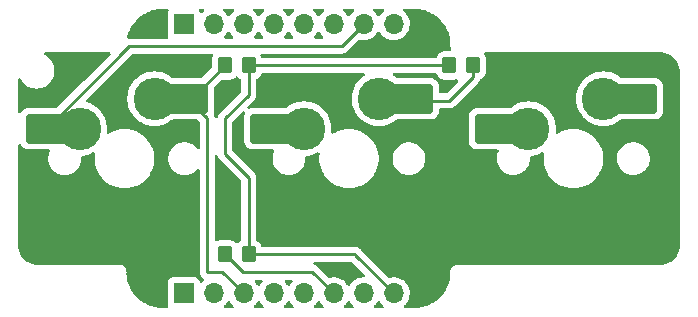
<source format=gbl>
G04 #@! TF.GenerationSoftware,KiCad,Pcbnew,(6.0.4)*
G04 #@! TF.CreationDate,2022-05-25T10:20:10+08:00*
G04 #@! TF.ProjectId,3key-v2,336b6579-2d76-4322-9e6b-696361645f70,rev?*
G04 #@! TF.SameCoordinates,Original*
G04 #@! TF.FileFunction,Copper,L2,Bot*
G04 #@! TF.FilePolarity,Positive*
%FSLAX46Y46*%
G04 Gerber Fmt 4.6, Leading zero omitted, Abs format (unit mm)*
G04 Created by KiCad (PCBNEW (6.0.4)) date 2022-05-25 10:20:10*
%MOMM*%
%LPD*%
G01*
G04 APERTURE LIST*
G04 Aperture macros list*
%AMRoundRect*
0 Rectangle with rounded corners*
0 $1 Rounding radius*
0 $2 $3 $4 $5 $6 $7 $8 $9 X,Y pos of 4 corners*
0 Add a 4 corners polygon primitive as box body*
4,1,4,$2,$3,$4,$5,$6,$7,$8,$9,$2,$3,0*
0 Add four circle primitives for the rounded corners*
1,1,$1+$1,$2,$3*
1,1,$1+$1,$4,$5*
1,1,$1+$1,$6,$7*
1,1,$1+$1,$8,$9*
0 Add four rect primitives between the rounded corners*
20,1,$1+$1,$2,$3,$4,$5,0*
20,1,$1+$1,$4,$5,$6,$7,0*
20,1,$1+$1,$6,$7,$8,$9,0*
20,1,$1+$1,$8,$9,$2,$3,0*%
G04 Aperture macros list end*
G04 #@! TA.AperFunction,ComponentPad*
%ADD10C,3.600000*%
G04 #@! TD*
G04 #@! TA.AperFunction,SMDPad,CuDef*
%ADD11RoundRect,0.250000X-1.525000X-1.000000X1.525000X-1.000000X1.525000X1.000000X-1.525000X1.000000X0*%
G04 #@! TD*
G04 #@! TA.AperFunction,SMDPad,CuDef*
%ADD12RoundRect,0.250000X-0.350000X-0.450000X0.350000X-0.450000X0.350000X0.450000X-0.350000X0.450000X0*%
G04 #@! TD*
G04 #@! TA.AperFunction,SMDPad,CuDef*
%ADD13RoundRect,0.250000X0.350000X0.450000X-0.350000X0.450000X-0.350000X-0.450000X0.350000X-0.450000X0*%
G04 #@! TD*
G04 #@! TA.AperFunction,ComponentPad*
%ADD14R,1.700000X1.700000*%
G04 #@! TD*
G04 #@! TA.AperFunction,ComponentPad*
%ADD15O,1.700000X1.700000*%
G04 #@! TD*
G04 #@! TA.AperFunction,Conductor*
%ADD16C,0.250000*%
G04 #@! TD*
G04 APERTURE END LIST*
D10*
X121540000Y-92320000D03*
D11*
X124320000Y-92320000D03*
D10*
X115190000Y-94860000D03*
D11*
X112415000Y-94860000D03*
X105320000Y-92320000D03*
D10*
X102540000Y-92320000D03*
D11*
X93415000Y-94860000D03*
D10*
X96190000Y-94860000D03*
D11*
X131415000Y-94860000D03*
D10*
X134190000Y-94860000D03*
X140540000Y-92320000D03*
D11*
X143320000Y-92320000D03*
D12*
X110500000Y-105500000D03*
X108500000Y-105500000D03*
D13*
X129500000Y-89500000D03*
X127500000Y-89500000D03*
D12*
X108500000Y-89500000D03*
X110500000Y-89500000D03*
D14*
X105000000Y-86000000D03*
D15*
X107540000Y-86000000D03*
X110080000Y-86000000D03*
X112620000Y-86000000D03*
X115160000Y-86000000D03*
X117700000Y-86000000D03*
X120240000Y-86000000D03*
X122780000Y-86000000D03*
D14*
X105000000Y-108800000D03*
D15*
X107540000Y-108800000D03*
X110080000Y-108800000D03*
X112620000Y-108800000D03*
X115160000Y-108800000D03*
X117700000Y-108800000D03*
X120240000Y-108800000D03*
X122780000Y-108800000D03*
D16*
X108280000Y-107000000D02*
X107000000Y-107000000D01*
X110080000Y-108800000D02*
X108280000Y-107000000D01*
X105320000Y-92320000D02*
X105680000Y-92320000D01*
X107000000Y-94000000D02*
X105320000Y-92320000D01*
X107000000Y-107000000D02*
X107000000Y-94000000D01*
X105680000Y-92320000D02*
X108500000Y-89500000D01*
X129500000Y-89500000D02*
X129500000Y-90500000D01*
X124500000Y-92500000D02*
X124320000Y-92320000D01*
X127500000Y-92500000D02*
X124500000Y-92500000D01*
X129500000Y-90500000D02*
X127500000Y-92500000D01*
X110000000Y-107000000D02*
X108500000Y-105500000D01*
X117700000Y-108800000D02*
X115900000Y-107000000D01*
X115900000Y-107000000D02*
X110000000Y-107000000D01*
X108500000Y-94000000D02*
X110500000Y-92000000D01*
X119500000Y-105500000D02*
X110500000Y-105500000D01*
X110500000Y-99000000D02*
X108500000Y-97000000D01*
X110500000Y-92000000D02*
X110500000Y-89500000D01*
X122780000Y-108800000D02*
X119500000Y-105520000D01*
X108500000Y-97000000D02*
X108500000Y-94000000D01*
X110500000Y-105500000D02*
X110500000Y-99000000D01*
X119500000Y-105520000D02*
X119500000Y-105500000D01*
X110500000Y-89500000D02*
X127500000Y-89500000D01*
X120240000Y-86000000D02*
X118370000Y-87870000D01*
X118370000Y-87870000D02*
X100405000Y-87870000D01*
X100405000Y-87870000D02*
X93415000Y-94860000D01*
X112415000Y-93825000D02*
X112415000Y-94860000D01*
G04 #@! TA.AperFunction,NonConductor*
G36*
X106687867Y-84728502D02*
G01*
X106734360Y-84782158D01*
X106744464Y-84852432D01*
X106714970Y-84917012D01*
X106695399Y-84935260D01*
X106643207Y-84974447D01*
X106634965Y-84980635D01*
X106578537Y-85039684D01*
X106554283Y-85065064D01*
X106492759Y-85100494D01*
X106421846Y-85097037D01*
X106364060Y-85055791D01*
X106345207Y-85022243D01*
X106303764Y-84911696D01*
X106300615Y-84903295D01*
X106295234Y-84896116D01*
X106294628Y-84895008D01*
X106279459Y-84825651D01*
X106304196Y-84759103D01*
X106360984Y-84716493D01*
X106405148Y-84708500D01*
X106619746Y-84708500D01*
X106687867Y-84728502D01*
G37*
G04 #@! TD.AperFunction*
G04 #@! TA.AperFunction,NonConductor*
G36*
X111767867Y-84728502D02*
G01*
X111814360Y-84782158D01*
X111824464Y-84852432D01*
X111794970Y-84917012D01*
X111775399Y-84935260D01*
X111723207Y-84974447D01*
X111714965Y-84980635D01*
X111711393Y-84984373D01*
X111603729Y-85097037D01*
X111560629Y-85142138D01*
X111453201Y-85299621D01*
X111398293Y-85344621D01*
X111327768Y-85352792D01*
X111264021Y-85321538D01*
X111243324Y-85297054D01*
X111162822Y-85172617D01*
X111162820Y-85172614D01*
X111160014Y-85168277D01*
X111009670Y-85003051D01*
X111005619Y-84999852D01*
X111005615Y-84999848D01*
X110921454Y-84933382D01*
X110880391Y-84875465D01*
X110877159Y-84804542D01*
X110912784Y-84743130D01*
X110975956Y-84710728D01*
X110999546Y-84708500D01*
X111699746Y-84708500D01*
X111767867Y-84728502D01*
G37*
G04 #@! TD.AperFunction*
G04 #@! TA.AperFunction,NonConductor*
G36*
X121927867Y-84728502D02*
G01*
X121974360Y-84782158D01*
X121984464Y-84852432D01*
X121954970Y-84917012D01*
X121935399Y-84935260D01*
X121883207Y-84974447D01*
X121874965Y-84980635D01*
X121871393Y-84984373D01*
X121763729Y-85097037D01*
X121720629Y-85142138D01*
X121613201Y-85299621D01*
X121558293Y-85344621D01*
X121487768Y-85352792D01*
X121424021Y-85321538D01*
X121403324Y-85297054D01*
X121322822Y-85172617D01*
X121322820Y-85172614D01*
X121320014Y-85168277D01*
X121169670Y-85003051D01*
X121165619Y-84999852D01*
X121165615Y-84999848D01*
X121081454Y-84933382D01*
X121040391Y-84875465D01*
X121037159Y-84804542D01*
X121072784Y-84743130D01*
X121135956Y-84710728D01*
X121159546Y-84708500D01*
X121859746Y-84708500D01*
X121927867Y-84728502D01*
G37*
G04 #@! TD.AperFunction*
G04 #@! TA.AperFunction,NonConductor*
G36*
X119387867Y-84728502D02*
G01*
X119434360Y-84782158D01*
X119444464Y-84852432D01*
X119414970Y-84917012D01*
X119395399Y-84935260D01*
X119343207Y-84974447D01*
X119334965Y-84980635D01*
X119331393Y-84984373D01*
X119223729Y-85097037D01*
X119180629Y-85142138D01*
X119073201Y-85299621D01*
X119018293Y-85344621D01*
X118947768Y-85352792D01*
X118884021Y-85321538D01*
X118863324Y-85297054D01*
X118782822Y-85172617D01*
X118782820Y-85172614D01*
X118780014Y-85168277D01*
X118629670Y-85003051D01*
X118625619Y-84999852D01*
X118625615Y-84999848D01*
X118541454Y-84933382D01*
X118500391Y-84875465D01*
X118497159Y-84804542D01*
X118532784Y-84743130D01*
X118595956Y-84710728D01*
X118619546Y-84708500D01*
X119319746Y-84708500D01*
X119387867Y-84728502D01*
G37*
G04 #@! TD.AperFunction*
G04 #@! TA.AperFunction,NonConductor*
G36*
X109227867Y-84728502D02*
G01*
X109274360Y-84782158D01*
X109284464Y-84852432D01*
X109254970Y-84917012D01*
X109235399Y-84935260D01*
X109183207Y-84974447D01*
X109174965Y-84980635D01*
X109171393Y-84984373D01*
X109063729Y-85097037D01*
X109020629Y-85142138D01*
X108913201Y-85299621D01*
X108858293Y-85344621D01*
X108787768Y-85352792D01*
X108724021Y-85321538D01*
X108703324Y-85297054D01*
X108622822Y-85172617D01*
X108622820Y-85172614D01*
X108620014Y-85168277D01*
X108469670Y-85003051D01*
X108465619Y-84999852D01*
X108465615Y-84999848D01*
X108381454Y-84933382D01*
X108340391Y-84875465D01*
X108337159Y-84804542D01*
X108372784Y-84743130D01*
X108435956Y-84710728D01*
X108459546Y-84708500D01*
X109159746Y-84708500D01*
X109227867Y-84728502D01*
G37*
G04 #@! TD.AperFunction*
G04 #@! TA.AperFunction,NonConductor*
G36*
X116847867Y-84728502D02*
G01*
X116894360Y-84782158D01*
X116904464Y-84852432D01*
X116874970Y-84917012D01*
X116855399Y-84935260D01*
X116803207Y-84974447D01*
X116794965Y-84980635D01*
X116791393Y-84984373D01*
X116683729Y-85097037D01*
X116640629Y-85142138D01*
X116533201Y-85299621D01*
X116478293Y-85344621D01*
X116407768Y-85352792D01*
X116344021Y-85321538D01*
X116323324Y-85297054D01*
X116242822Y-85172617D01*
X116242820Y-85172614D01*
X116240014Y-85168277D01*
X116089670Y-85003051D01*
X116085619Y-84999852D01*
X116085615Y-84999848D01*
X116001454Y-84933382D01*
X115960391Y-84875465D01*
X115957159Y-84804542D01*
X115992784Y-84743130D01*
X116055956Y-84710728D01*
X116079546Y-84708500D01*
X116779746Y-84708500D01*
X116847867Y-84728502D01*
G37*
G04 #@! TD.AperFunction*
G04 #@! TA.AperFunction,NonConductor*
G36*
X114307867Y-84728502D02*
G01*
X114354360Y-84782158D01*
X114364464Y-84852432D01*
X114334970Y-84917012D01*
X114315399Y-84935260D01*
X114263207Y-84974447D01*
X114254965Y-84980635D01*
X114251393Y-84984373D01*
X114143729Y-85097037D01*
X114100629Y-85142138D01*
X113993201Y-85299621D01*
X113938293Y-85344621D01*
X113867768Y-85352792D01*
X113804021Y-85321538D01*
X113783324Y-85297054D01*
X113702822Y-85172617D01*
X113702820Y-85172614D01*
X113700014Y-85168277D01*
X113549670Y-85003051D01*
X113545619Y-84999852D01*
X113545615Y-84999848D01*
X113461454Y-84933382D01*
X113420391Y-84875465D01*
X113417159Y-84804542D01*
X113452784Y-84743130D01*
X113515956Y-84710728D01*
X113539546Y-84708500D01*
X114239746Y-84708500D01*
X114307867Y-84728502D01*
G37*
G04 #@! TD.AperFunction*
G04 #@! TA.AperFunction,NonConductor*
G36*
X108892026Y-86675144D02*
G01*
X108919875Y-86706994D01*
X108979987Y-86805088D01*
X109126250Y-86973938D01*
X109130225Y-86977238D01*
X109130228Y-86977241D01*
X109173970Y-87013556D01*
X109213605Y-87072459D01*
X109215103Y-87143440D01*
X109177988Y-87203962D01*
X109114044Y-87234811D01*
X109093485Y-87236500D01*
X108528794Y-87236500D01*
X108460673Y-87216498D01*
X108414180Y-87162842D01*
X108404076Y-87092568D01*
X108433570Y-87027988D01*
X108439854Y-87021249D01*
X108563616Y-86897918D01*
X108578096Y-86883489D01*
X108708453Y-86702077D01*
X108709776Y-86703028D01*
X108756645Y-86659857D01*
X108826580Y-86647625D01*
X108892026Y-86675144D01*
G37*
G04 #@! TD.AperFunction*
G04 #@! TA.AperFunction,NonConductor*
G36*
X111432026Y-86675144D02*
G01*
X111459875Y-86706994D01*
X111519987Y-86805088D01*
X111666250Y-86973938D01*
X111670225Y-86977238D01*
X111670228Y-86977241D01*
X111713970Y-87013556D01*
X111753605Y-87072459D01*
X111755103Y-87143440D01*
X111717988Y-87203962D01*
X111654044Y-87234811D01*
X111633485Y-87236500D01*
X111068794Y-87236500D01*
X111000673Y-87216498D01*
X110954180Y-87162842D01*
X110944076Y-87092568D01*
X110973570Y-87027988D01*
X110979854Y-87021249D01*
X111103616Y-86897918D01*
X111118096Y-86883489D01*
X111248453Y-86702077D01*
X111249776Y-86703028D01*
X111296645Y-86659857D01*
X111366580Y-86647625D01*
X111432026Y-86675144D01*
G37*
G04 #@! TD.AperFunction*
G04 #@! TA.AperFunction,NonConductor*
G36*
X113972026Y-86675144D02*
G01*
X113999875Y-86706994D01*
X114059987Y-86805088D01*
X114206250Y-86973938D01*
X114210225Y-86977238D01*
X114210228Y-86977241D01*
X114253970Y-87013556D01*
X114293605Y-87072459D01*
X114295103Y-87143440D01*
X114257988Y-87203962D01*
X114194044Y-87234811D01*
X114173485Y-87236500D01*
X113608794Y-87236500D01*
X113540673Y-87216498D01*
X113494180Y-87162842D01*
X113484076Y-87092568D01*
X113513570Y-87027988D01*
X113519854Y-87021249D01*
X113643616Y-86897918D01*
X113658096Y-86883489D01*
X113788453Y-86702077D01*
X113789776Y-86703028D01*
X113836645Y-86659857D01*
X113906580Y-86647625D01*
X113972026Y-86675144D01*
G37*
G04 #@! TD.AperFunction*
G04 #@! TA.AperFunction,NonConductor*
G36*
X116512026Y-86675144D02*
G01*
X116539875Y-86706994D01*
X116599987Y-86805088D01*
X116746250Y-86973938D01*
X116750225Y-86977238D01*
X116750228Y-86977241D01*
X116793970Y-87013556D01*
X116833605Y-87072459D01*
X116835103Y-87143440D01*
X116797988Y-87203962D01*
X116734044Y-87234811D01*
X116713485Y-87236500D01*
X116148794Y-87236500D01*
X116080673Y-87216498D01*
X116034180Y-87162842D01*
X116024076Y-87092568D01*
X116053570Y-87027988D01*
X116059854Y-87021249D01*
X116183616Y-86897918D01*
X116198096Y-86883489D01*
X116328453Y-86702077D01*
X116329776Y-86703028D01*
X116376645Y-86659857D01*
X116446580Y-86647625D01*
X116512026Y-86675144D01*
G37*
G04 #@! TD.AperFunction*
G04 #@! TA.AperFunction,NonConductor*
G36*
X103662973Y-84728502D02*
G01*
X103709466Y-84782158D01*
X103719570Y-84852432D01*
X103705372Y-84895008D01*
X103704766Y-84896116D01*
X103699385Y-84903295D01*
X103648255Y-85039684D01*
X103641500Y-85101866D01*
X103641500Y-86898134D01*
X103648255Y-86960316D01*
X103651027Y-86967712D01*
X103651029Y-86967718D01*
X103687975Y-87066271D01*
X103693158Y-87137078D01*
X103659237Y-87199447D01*
X103596981Y-87233576D01*
X103569993Y-87236500D01*
X100483767Y-87236500D01*
X100472584Y-87235973D01*
X100465091Y-87234298D01*
X100457165Y-87234547D01*
X100457164Y-87234547D01*
X100397001Y-87236438D01*
X100393043Y-87236500D01*
X100365144Y-87236500D01*
X100364395Y-87236595D01*
X100295848Y-87221061D01*
X100246082Y-87170427D01*
X100231590Y-87100925D01*
X100235479Y-87078396D01*
X100305656Y-86816492D01*
X100309730Y-86803956D01*
X100310985Y-86800688D01*
X100419083Y-86519080D01*
X100424447Y-86507031D01*
X100562987Y-86235133D01*
X100569581Y-86223712D01*
X100735782Y-85967784D01*
X100743535Y-85957114D01*
X100935570Y-85719970D01*
X100944395Y-85710169D01*
X101160169Y-85494395D01*
X101169970Y-85485570D01*
X101407114Y-85293535D01*
X101417784Y-85285782D01*
X101673712Y-85119581D01*
X101685133Y-85112987D01*
X101957031Y-84974447D01*
X101969080Y-84969083D01*
X102253956Y-84859730D01*
X102266499Y-84855654D01*
X102561259Y-84776673D01*
X102574159Y-84773931D01*
X102667780Y-84759103D01*
X102875563Y-84726194D01*
X102888675Y-84724816D01*
X102943400Y-84721948D01*
X103157299Y-84710738D01*
X103183276Y-84712065D01*
X103184846Y-84712309D01*
X103184850Y-84712309D01*
X103193724Y-84713691D01*
X103202626Y-84712527D01*
X103202628Y-84712527D01*
X103217677Y-84710559D01*
X103225286Y-84709564D01*
X103241621Y-84708500D01*
X103594852Y-84708500D01*
X103662973Y-84728502D01*
G37*
G04 #@! TD.AperFunction*
G04 #@! TA.AperFunction,NonConductor*
G36*
X124520018Y-84710000D02*
G01*
X124534851Y-84712310D01*
X124534855Y-84712310D01*
X124543724Y-84713691D01*
X124562436Y-84711244D01*
X124585366Y-84710353D01*
X124861327Y-84724816D01*
X124874437Y-84726194D01*
X125082220Y-84759103D01*
X125175841Y-84773931D01*
X125188741Y-84776673D01*
X125483501Y-84855654D01*
X125496044Y-84859730D01*
X125780920Y-84969083D01*
X125792969Y-84974447D01*
X126064867Y-85112987D01*
X126076288Y-85119581D01*
X126332216Y-85285782D01*
X126342886Y-85293535D01*
X126580030Y-85485570D01*
X126589831Y-85494395D01*
X126805605Y-85710169D01*
X126814430Y-85719970D01*
X127006465Y-85957114D01*
X127014218Y-85967784D01*
X127180419Y-86223712D01*
X127187013Y-86235133D01*
X127325553Y-86507031D01*
X127330917Y-86519080D01*
X127439016Y-86800688D01*
X127440270Y-86803956D01*
X127444346Y-86816498D01*
X127466162Y-86897918D01*
X127523327Y-87111259D01*
X127526069Y-87124159D01*
X127562434Y-87353757D01*
X127573806Y-87425560D01*
X127575184Y-87438677D01*
X127589262Y-87707299D01*
X127587935Y-87733276D01*
X127587691Y-87734846D01*
X127587691Y-87734850D01*
X127586309Y-87743724D01*
X127587473Y-87752626D01*
X127587473Y-87752628D01*
X127590436Y-87775283D01*
X127591500Y-87791621D01*
X127591500Y-87866377D01*
X127591498Y-87867147D01*
X127591024Y-87944721D01*
X127593491Y-87953352D01*
X127599150Y-87973153D01*
X127602728Y-87989915D01*
X127606920Y-88019187D01*
X127610634Y-88027355D01*
X127610634Y-88027356D01*
X127617548Y-88042562D01*
X127623996Y-88060086D01*
X127631051Y-88084771D01*
X127635843Y-88092365D01*
X127635844Y-88092368D01*
X127639564Y-88098264D01*
X127658999Y-88166548D01*
X127638430Y-88234500D01*
X127584390Y-88280545D01*
X127533003Y-88291500D01*
X127099600Y-88291500D01*
X127096354Y-88291837D01*
X127096350Y-88291837D01*
X127000692Y-88301762D01*
X127000688Y-88301763D01*
X126993834Y-88302474D01*
X126987298Y-88304655D01*
X126987296Y-88304655D01*
X126859235Y-88347380D01*
X126826054Y-88358450D01*
X126675652Y-88451522D01*
X126550695Y-88576697D01*
X126546855Y-88582927D01*
X126546854Y-88582928D01*
X126477277Y-88695803D01*
X126457885Y-88727262D01*
X126455581Y-88734209D01*
X126440337Y-88780168D01*
X126399906Y-88838527D01*
X126334342Y-88865764D01*
X126320744Y-88866500D01*
X111679197Y-88866500D01*
X111611076Y-88846498D01*
X111564583Y-88792842D01*
X111559674Y-88780377D01*
X111543867Y-88732998D01*
X111543866Y-88732996D01*
X111541550Y-88726054D01*
X111522830Y-88695803D01*
X111503992Y-88627351D01*
X111525153Y-88559582D01*
X111579594Y-88514010D01*
X111629974Y-88503500D01*
X118291233Y-88503500D01*
X118302416Y-88504027D01*
X118309909Y-88505702D01*
X118317835Y-88505453D01*
X118317836Y-88505453D01*
X118377986Y-88503562D01*
X118381945Y-88503500D01*
X118409856Y-88503500D01*
X118413791Y-88503003D01*
X118413856Y-88502995D01*
X118425693Y-88502062D01*
X118457951Y-88501048D01*
X118461970Y-88500922D01*
X118469889Y-88500673D01*
X118489343Y-88495021D01*
X118508700Y-88491013D01*
X118520930Y-88489468D01*
X118520931Y-88489468D01*
X118528797Y-88488474D01*
X118536168Y-88485555D01*
X118536170Y-88485555D01*
X118569912Y-88472196D01*
X118581142Y-88468351D01*
X118615983Y-88458229D01*
X118615984Y-88458229D01*
X118623593Y-88456018D01*
X118630412Y-88451985D01*
X118630417Y-88451983D01*
X118641028Y-88445707D01*
X118658776Y-88437012D01*
X118677617Y-88429552D01*
X118713387Y-88403564D01*
X118723307Y-88397048D01*
X118754535Y-88378580D01*
X118754538Y-88378578D01*
X118761362Y-88374542D01*
X118775683Y-88360221D01*
X118790717Y-88347380D01*
X118800694Y-88340131D01*
X118807107Y-88335472D01*
X118835298Y-88301395D01*
X118843288Y-88292616D01*
X119784549Y-87351355D01*
X119846861Y-87317329D01*
X119898762Y-87316979D01*
X120078597Y-87353567D01*
X120083772Y-87353757D01*
X120083774Y-87353757D01*
X120296673Y-87361564D01*
X120296677Y-87361564D01*
X120301837Y-87361753D01*
X120306957Y-87361097D01*
X120306959Y-87361097D01*
X120518288Y-87334025D01*
X120518289Y-87334025D01*
X120523416Y-87333368D01*
X120528366Y-87331883D01*
X120732429Y-87270661D01*
X120732434Y-87270659D01*
X120737384Y-87269174D01*
X120937994Y-87170896D01*
X121119860Y-87041173D01*
X121278096Y-86883489D01*
X121408453Y-86702077D01*
X121409776Y-86703028D01*
X121456645Y-86659857D01*
X121526580Y-86647625D01*
X121592026Y-86675144D01*
X121619875Y-86706994D01*
X121679987Y-86805088D01*
X121826250Y-86973938D01*
X121998126Y-87116632D01*
X122191000Y-87229338D01*
X122399692Y-87309030D01*
X122404760Y-87310061D01*
X122404763Y-87310062D01*
X122512017Y-87331883D01*
X122618597Y-87353567D01*
X122623772Y-87353757D01*
X122623774Y-87353757D01*
X122836673Y-87361564D01*
X122836677Y-87361564D01*
X122841837Y-87361753D01*
X122846957Y-87361097D01*
X122846959Y-87361097D01*
X123058288Y-87334025D01*
X123058289Y-87334025D01*
X123063416Y-87333368D01*
X123068366Y-87331883D01*
X123272429Y-87270661D01*
X123272434Y-87270659D01*
X123277384Y-87269174D01*
X123477994Y-87170896D01*
X123659860Y-87041173D01*
X123818096Y-86883489D01*
X123948453Y-86702077D01*
X123969320Y-86659857D01*
X124045136Y-86506453D01*
X124045137Y-86506451D01*
X124047430Y-86501811D01*
X124112370Y-86288069D01*
X124141529Y-86066590D01*
X124143156Y-86000000D01*
X124124852Y-85777361D01*
X124070431Y-85560702D01*
X123981354Y-85355840D01*
X123860014Y-85168277D01*
X123709670Y-85003051D01*
X123705619Y-84999852D01*
X123705615Y-84999848D01*
X123621454Y-84933382D01*
X123580391Y-84875465D01*
X123577159Y-84804542D01*
X123612784Y-84743130D01*
X123675956Y-84710728D01*
X123699546Y-84708500D01*
X124500633Y-84708500D01*
X124520018Y-84710000D01*
G37*
G04 #@! TD.AperFunction*
G04 #@! TA.AperFunction,NonConductor*
G36*
X126388924Y-90153502D02*
G01*
X126435417Y-90207158D01*
X126440326Y-90219623D01*
X126458450Y-90273946D01*
X126551522Y-90424348D01*
X126676697Y-90549305D01*
X126682927Y-90553145D01*
X126682928Y-90553146D01*
X126820090Y-90637694D01*
X126827262Y-90642115D01*
X126879487Y-90659437D01*
X126988611Y-90695632D01*
X126988613Y-90695632D01*
X126995139Y-90697797D01*
X127001975Y-90698497D01*
X127001978Y-90698498D01*
X127045031Y-90702909D01*
X127099600Y-90708500D01*
X127900400Y-90708500D01*
X127903646Y-90708163D01*
X127903650Y-90708163D01*
X127999308Y-90698238D01*
X127999312Y-90698237D01*
X128006166Y-90697526D01*
X128012702Y-90695345D01*
X128012704Y-90695345D01*
X128100428Y-90666078D01*
X128171378Y-90663494D01*
X128232462Y-90699678D01*
X128264286Y-90763142D01*
X128256747Y-90833737D01*
X128229402Y-90874694D01*
X127274498Y-91829597D01*
X127212188Y-91863621D01*
X127185405Y-91866500D01*
X126729500Y-91866500D01*
X126661379Y-91846498D01*
X126614886Y-91792842D01*
X126603500Y-91740500D01*
X126603500Y-91269600D01*
X126592526Y-91163834D01*
X126536550Y-90996054D01*
X126443478Y-90845652D01*
X126318303Y-90720695D01*
X126297987Y-90708172D01*
X126173968Y-90631725D01*
X126173966Y-90631724D01*
X126167738Y-90627885D01*
X126087995Y-90601436D01*
X126006389Y-90574368D01*
X126006387Y-90574368D01*
X125999861Y-90572203D01*
X125993025Y-90571503D01*
X125993022Y-90571502D01*
X125949969Y-90567091D01*
X125895400Y-90561500D01*
X123083435Y-90561500D01*
X123015314Y-90541498D01*
X123000364Y-90530237D01*
X122948341Y-90484614D01*
X122768226Y-90364265D01*
X122722698Y-90309788D01*
X122713850Y-90239345D01*
X122744491Y-90175301D01*
X122804893Y-90137990D01*
X122838228Y-90133500D01*
X126320803Y-90133500D01*
X126388924Y-90153502D01*
G37*
G04 #@! TD.AperFunction*
G04 #@! TA.AperFunction,NonConductor*
G36*
X98759527Y-88403502D02*
G01*
X98806020Y-88457158D01*
X98816124Y-88527432D01*
X98786630Y-88592012D01*
X98780502Y-88598594D01*
X96545358Y-90833737D01*
X94314500Y-93064595D01*
X94252188Y-93098621D01*
X94225405Y-93101500D01*
X91839600Y-93101500D01*
X91836354Y-93101837D01*
X91836350Y-93101837D01*
X91740692Y-93111762D01*
X91740688Y-93111763D01*
X91733834Y-93112474D01*
X91727298Y-93114655D01*
X91727296Y-93114655D01*
X91633902Y-93145814D01*
X91566054Y-93168450D01*
X91415652Y-93261522D01*
X91290695Y-93386697D01*
X91286855Y-93392927D01*
X91286854Y-93392928D01*
X91216760Y-93506641D01*
X91163987Y-93554134D01*
X91093916Y-93565558D01*
X91028792Y-93537284D01*
X90989293Y-93478290D01*
X90983500Y-93440525D01*
X90983500Y-90727558D01*
X91003502Y-90659437D01*
X91057158Y-90612944D01*
X91127432Y-90602840D01*
X91192012Y-90632334D01*
X91216933Y-90661723D01*
X91323241Y-90835202D01*
X91323245Y-90835208D01*
X91325824Y-90839416D01*
X91480031Y-91019969D01*
X91660584Y-91174176D01*
X91664792Y-91176755D01*
X91664798Y-91176759D01*
X91858817Y-91295654D01*
X91863037Y-91298240D01*
X91867607Y-91300133D01*
X91867611Y-91300135D01*
X91974946Y-91344594D01*
X92082406Y-91389105D01*
X92162609Y-91408360D01*
X92308476Y-91443380D01*
X92308482Y-91443381D01*
X92313289Y-91444535D01*
X92550000Y-91463165D01*
X92786711Y-91444535D01*
X92791518Y-91443381D01*
X92791524Y-91443380D01*
X92937391Y-91408360D01*
X93017594Y-91389105D01*
X93125054Y-91344594D01*
X93232389Y-91300135D01*
X93232393Y-91300133D01*
X93236963Y-91298240D01*
X93241183Y-91295654D01*
X93435202Y-91176759D01*
X93435208Y-91176755D01*
X93439416Y-91174176D01*
X93619969Y-91019969D01*
X93774176Y-90839416D01*
X93776755Y-90835208D01*
X93776759Y-90835202D01*
X93895654Y-90641183D01*
X93898240Y-90636963D01*
X93900158Y-90632334D01*
X93987211Y-90422167D01*
X93987212Y-90422165D01*
X93989105Y-90417594D01*
X94031899Y-90239345D01*
X94043380Y-90191524D01*
X94043381Y-90191518D01*
X94044535Y-90186711D01*
X94063165Y-89950000D01*
X94044535Y-89713289D01*
X94036581Y-89680155D01*
X93990260Y-89487218D01*
X93989105Y-89482406D01*
X93952339Y-89393644D01*
X93900135Y-89267611D01*
X93900133Y-89267607D01*
X93898240Y-89263037D01*
X93854330Y-89191382D01*
X93776759Y-89064798D01*
X93776755Y-89064792D01*
X93774176Y-89060584D01*
X93619969Y-88880031D01*
X93439416Y-88725824D01*
X93435208Y-88723245D01*
X93435202Y-88723241D01*
X93261723Y-88616933D01*
X93214092Y-88564285D01*
X93202485Y-88494243D01*
X93230588Y-88429046D01*
X93289479Y-88389392D01*
X93327558Y-88383500D01*
X98691406Y-88383500D01*
X98759527Y-88403502D01*
G37*
G04 #@! TD.AperFunction*
G04 #@! TA.AperFunction,NonConductor*
G36*
X109543886Y-90432815D02*
G01*
X109588976Y-90461736D01*
X109676697Y-90549305D01*
X109682927Y-90553145D01*
X109682928Y-90553146D01*
X109806616Y-90629389D01*
X109854110Y-90682162D01*
X109866500Y-90736649D01*
X109866500Y-91685406D01*
X109846498Y-91753527D01*
X109829595Y-91774501D01*
X108882773Y-92721322D01*
X108107747Y-93496348D01*
X108099461Y-93503888D01*
X108092982Y-93508000D01*
X108087557Y-93513777D01*
X108046357Y-93557651D01*
X108043602Y-93560493D01*
X108023865Y-93580230D01*
X108021385Y-93583427D01*
X108013682Y-93592447D01*
X107983414Y-93624679D01*
X107979595Y-93631625D01*
X107979593Y-93631628D01*
X107973652Y-93642434D01*
X107962801Y-93658953D01*
X107950386Y-93674959D01*
X107947241Y-93682228D01*
X107947238Y-93682232D01*
X107932826Y-93715537D01*
X107927609Y-93726187D01*
X107906305Y-93764940D01*
X107904334Y-93772615D01*
X107904334Y-93772616D01*
X107901267Y-93784562D01*
X107894863Y-93803266D01*
X107886819Y-93821855D01*
X107885580Y-93829678D01*
X107885577Y-93829688D01*
X107879901Y-93865524D01*
X107877495Y-93877145D01*
X107873111Y-93894220D01*
X107836796Y-93955227D01*
X107773264Y-93986916D01*
X107702685Y-93979226D01*
X107647468Y-93934599D01*
X107630072Y-93898039D01*
X107625022Y-93880657D01*
X107621012Y-93861295D01*
X107619467Y-93849064D01*
X107618474Y-93841203D01*
X107615557Y-93833836D01*
X107615556Y-93833831D01*
X107602198Y-93800092D01*
X107598354Y-93788865D01*
X107593633Y-93772616D01*
X107586018Y-93746407D01*
X107575707Y-93728972D01*
X107567012Y-93711224D01*
X107559552Y-93692383D01*
X107560123Y-93692156D01*
X107546059Y-93628388D01*
X107552170Y-93597347D01*
X107555231Y-93588120D01*
X107592797Y-93474861D01*
X107603500Y-93370400D01*
X107603500Y-91344594D01*
X107623502Y-91276473D01*
X107640405Y-91255499D01*
X108150499Y-90745405D01*
X108212811Y-90711379D01*
X108239594Y-90708500D01*
X108900400Y-90708500D01*
X108903646Y-90708163D01*
X108903650Y-90708163D01*
X108999308Y-90698238D01*
X108999312Y-90698237D01*
X109006166Y-90697526D01*
X109012702Y-90695345D01*
X109012704Y-90695345D01*
X109162928Y-90645226D01*
X109173946Y-90641550D01*
X109324348Y-90548478D01*
X109410784Y-90461891D01*
X109473066Y-90427812D01*
X109543886Y-90432815D01*
G37*
G04 #@! TD.AperFunction*
G04 #@! TA.AperFunction,NonConductor*
G36*
X107842012Y-97090973D02*
G01*
X107880898Y-97153822D01*
X107881526Y-97158797D01*
X107884445Y-97166168D01*
X107884445Y-97166170D01*
X107897804Y-97199912D01*
X107901649Y-97211142D01*
X107909524Y-97238247D01*
X107913982Y-97253593D01*
X107918015Y-97260412D01*
X107918017Y-97260417D01*
X107924293Y-97271028D01*
X107932988Y-97288776D01*
X107940448Y-97307617D01*
X107945110Y-97314033D01*
X107945110Y-97314034D01*
X107966436Y-97343387D01*
X107972952Y-97353307D01*
X107995458Y-97391362D01*
X108009779Y-97405683D01*
X108022619Y-97420716D01*
X108034528Y-97437107D01*
X108040634Y-97442158D01*
X108068605Y-97465298D01*
X108077384Y-97473288D01*
X109829595Y-99225500D01*
X109863621Y-99287812D01*
X109866500Y-99314595D01*
X109866500Y-104263219D01*
X109846498Y-104331340D01*
X109806803Y-104370363D01*
X109675652Y-104451522D01*
X109670479Y-104456704D01*
X109589216Y-104538109D01*
X109526934Y-104572188D01*
X109456114Y-104567185D01*
X109411025Y-104538264D01*
X109328483Y-104455866D01*
X109323303Y-104450695D01*
X109204464Y-104377441D01*
X109178968Y-104361725D01*
X109178966Y-104361724D01*
X109172738Y-104357885D01*
X109092707Y-104331340D01*
X109011389Y-104304368D01*
X109011387Y-104304368D01*
X109004861Y-104302203D01*
X108998025Y-104301503D01*
X108998022Y-104301502D01*
X108954969Y-104297091D01*
X108900400Y-104291500D01*
X108099600Y-104291500D01*
X108096354Y-104291837D01*
X108096350Y-104291837D01*
X108000692Y-104301762D01*
X108000688Y-104301763D01*
X107993834Y-104302474D01*
X107987298Y-104304655D01*
X107987296Y-104304655D01*
X107907312Y-104331340D01*
X107826054Y-104358450D01*
X107819823Y-104362306D01*
X107813203Y-104365407D01*
X107811828Y-104362471D01*
X107757233Y-104377441D01*
X107689484Y-104356216D01*
X107643963Y-104301733D01*
X107633500Y-104251461D01*
X107633500Y-97186197D01*
X107653502Y-97118076D01*
X107707158Y-97071583D01*
X107777432Y-97061479D01*
X107842012Y-97090973D01*
G37*
G04 #@! TD.AperFunction*
G04 #@! TA.AperFunction,NonConductor*
G36*
X119233527Y-106153502D02*
G01*
X119254501Y-106170405D01*
X120310086Y-107225990D01*
X120344112Y-107288302D01*
X120339047Y-107359117D01*
X120296500Y-107415953D01*
X120229980Y-107440764D01*
X120219459Y-107441076D01*
X120171962Y-107440495D01*
X120150080Y-107440228D01*
X120150078Y-107440228D01*
X120144911Y-107440165D01*
X119924091Y-107473955D01*
X119711756Y-107543357D01*
X119513607Y-107646507D01*
X119509474Y-107649610D01*
X119509471Y-107649612D01*
X119339231Y-107777432D01*
X119334965Y-107780635D01*
X119331393Y-107784373D01*
X119223729Y-107897037D01*
X119180629Y-107942138D01*
X119073201Y-108099621D01*
X119018293Y-108144621D01*
X118947768Y-108152792D01*
X118884021Y-108121538D01*
X118863324Y-108097054D01*
X118782822Y-107972617D01*
X118782820Y-107972614D01*
X118780014Y-107968277D01*
X118629670Y-107803051D01*
X118625619Y-107799852D01*
X118625615Y-107799848D01*
X118458414Y-107667800D01*
X118458410Y-107667798D01*
X118454359Y-107664598D01*
X118258789Y-107556638D01*
X118253920Y-107554914D01*
X118253916Y-107554912D01*
X118053087Y-107483795D01*
X118053083Y-107483794D01*
X118048212Y-107482069D01*
X118043119Y-107481162D01*
X118043116Y-107481161D01*
X117833373Y-107443800D01*
X117833367Y-107443799D01*
X117828284Y-107442894D01*
X117754452Y-107441992D01*
X117610081Y-107440228D01*
X117610079Y-107440228D01*
X117604911Y-107440165D01*
X117384091Y-107473955D01*
X117371532Y-107478060D01*
X117300568Y-107480210D01*
X117243294Y-107447389D01*
X116403652Y-106607747D01*
X116396112Y-106599461D01*
X116392000Y-106592982D01*
X116342348Y-106546356D01*
X116339507Y-106543602D01*
X116319770Y-106523865D01*
X116316573Y-106521385D01*
X116307551Y-106513680D01*
X116288321Y-106495622D01*
X116275321Y-106483414D01*
X116268375Y-106479595D01*
X116268372Y-106479593D01*
X116257566Y-106473652D01*
X116241047Y-106462801D01*
X116238521Y-106460842D01*
X116225041Y-106450386D01*
X116217772Y-106447241D01*
X116217768Y-106447238D01*
X116184463Y-106432826D01*
X116173813Y-106427609D01*
X116135060Y-106406305D01*
X116115437Y-106401267D01*
X116096734Y-106394863D01*
X116085420Y-106389967D01*
X116085419Y-106389967D01*
X116078145Y-106386819D01*
X116070320Y-106385579D01*
X116070311Y-106385577D01*
X116060026Y-106383948D01*
X115995873Y-106353535D01*
X115958347Y-106293267D01*
X115959362Y-106222277D01*
X115998595Y-106163106D01*
X116063591Y-106134539D01*
X116079738Y-106133500D01*
X119165406Y-106133500D01*
X119233527Y-106153502D01*
G37*
G04 #@! TD.AperFunction*
G04 #@! TA.AperFunction,NonConductor*
G36*
X114169001Y-107653502D02*
G01*
X114215494Y-107707158D01*
X114225598Y-107777432D01*
X114191974Y-107846551D01*
X114143729Y-107897037D01*
X114100629Y-107942138D01*
X113993201Y-108099621D01*
X113938293Y-108144621D01*
X113867768Y-108152792D01*
X113804021Y-108121538D01*
X113783324Y-108097054D01*
X113702822Y-107972617D01*
X113702820Y-107972614D01*
X113700014Y-107968277D01*
X113696538Y-107964457D01*
X113696533Y-107964450D01*
X113587204Y-107844299D01*
X113556152Y-107780454D01*
X113564548Y-107709955D01*
X113609725Y-107655187D01*
X113680398Y-107633500D01*
X114100880Y-107633500D01*
X114169001Y-107653502D01*
G37*
G04 #@! TD.AperFunction*
G04 #@! TA.AperFunction,NonConductor*
G36*
X111629001Y-107653502D02*
G01*
X111675494Y-107707158D01*
X111685598Y-107777432D01*
X111651974Y-107846551D01*
X111603729Y-107897037D01*
X111560629Y-107942138D01*
X111453201Y-108099621D01*
X111398293Y-108144621D01*
X111327768Y-108152792D01*
X111264021Y-108121538D01*
X111243324Y-108097054D01*
X111162822Y-107972617D01*
X111162820Y-107972614D01*
X111160014Y-107968277D01*
X111156538Y-107964457D01*
X111156533Y-107964450D01*
X111047204Y-107844299D01*
X111016152Y-107780454D01*
X111024548Y-107709955D01*
X111069725Y-107655187D01*
X111140398Y-107633500D01*
X111560880Y-107633500D01*
X111629001Y-107653502D01*
G37*
G04 #@! TD.AperFunction*
G04 #@! TA.AperFunction,NonConductor*
G36*
X119052026Y-109475144D02*
G01*
X119079875Y-109506994D01*
X119139987Y-109605088D01*
X119286250Y-109773938D01*
X119339992Y-109818555D01*
X119379628Y-109877458D01*
X119381126Y-109948439D01*
X119344012Y-110008962D01*
X119280068Y-110039811D01*
X119259508Y-110041500D01*
X118683776Y-110041500D01*
X118615655Y-110021498D01*
X118569162Y-109967842D01*
X118559058Y-109897568D01*
X118588552Y-109832988D01*
X118594836Y-109826249D01*
X118645710Y-109775553D01*
X118738096Y-109683489D01*
X118776231Y-109630419D01*
X118868453Y-109502077D01*
X118869776Y-109503028D01*
X118916645Y-109459857D01*
X118986580Y-109447625D01*
X119052026Y-109475144D01*
G37*
G04 #@! TD.AperFunction*
G04 #@! TA.AperFunction,NonConductor*
G36*
X121592026Y-109475144D02*
G01*
X121619875Y-109506994D01*
X121679987Y-109605088D01*
X121826250Y-109773938D01*
X121879992Y-109818555D01*
X121919628Y-109877458D01*
X121921126Y-109948439D01*
X121884012Y-110008962D01*
X121820068Y-110039811D01*
X121799508Y-110041500D01*
X121223776Y-110041500D01*
X121155655Y-110021498D01*
X121109162Y-109967842D01*
X121099058Y-109897568D01*
X121128552Y-109832988D01*
X121134836Y-109826249D01*
X121185710Y-109775553D01*
X121278096Y-109683489D01*
X121316231Y-109630419D01*
X121408453Y-109502077D01*
X121409776Y-109503028D01*
X121456645Y-109459857D01*
X121526580Y-109447625D01*
X121592026Y-109475144D01*
G37*
G04 #@! TD.AperFunction*
G04 #@! TA.AperFunction,NonConductor*
G36*
X145245018Y-88385000D02*
G01*
X145259851Y-88387310D01*
X145259855Y-88387310D01*
X145268724Y-88388691D01*
X145283981Y-88386696D01*
X145309301Y-88385953D01*
X145464426Y-88397048D01*
X145513850Y-88400583D01*
X145531644Y-88403141D01*
X145533589Y-88403564D01*
X145756832Y-88452128D01*
X145774080Y-88457192D01*
X145990004Y-88537728D01*
X146006356Y-88545196D01*
X146208618Y-88655639D01*
X146223742Y-88665359D01*
X146408229Y-88803464D01*
X146421815Y-88815237D01*
X146584763Y-88978185D01*
X146596536Y-88991771D01*
X146734641Y-89176258D01*
X146744361Y-89191382D01*
X146854804Y-89393644D01*
X146862272Y-89409996D01*
X146942808Y-89625920D01*
X146947872Y-89643168D01*
X146957015Y-89685194D01*
X146996859Y-89868356D01*
X146999417Y-89886150D01*
X147013539Y-90083601D01*
X147012793Y-90101561D01*
X147012692Y-90109846D01*
X147011309Y-90118724D01*
X147015436Y-90150283D01*
X147016500Y-90166621D01*
X147016499Y-104647101D01*
X147014776Y-104667868D01*
X147011409Y-104688017D01*
X147012474Y-104696931D01*
X147012474Y-104696933D01*
X147013244Y-104703376D01*
X147013711Y-104728644D01*
X146999938Y-104896224D01*
X146997051Y-104931345D01*
X146994333Y-104948980D01*
X146943544Y-105172125D01*
X146938363Y-105189196D01*
X146856543Y-105402942D01*
X146849012Y-105419086D01*
X146739251Y-105616526D01*
X146737812Y-105619115D01*
X146728055Y-105634062D01*
X146589713Y-105816359D01*
X146577942Y-105829779D01*
X146415230Y-105990693D01*
X146401681Y-106002314D01*
X146223229Y-106134641D01*
X146217860Y-106138622D01*
X146202817Y-106148205D01*
X146001561Y-106257177D01*
X145985311Y-106264538D01*
X145770688Y-106343971D01*
X145753551Y-106348965D01*
X145529861Y-106397271D01*
X145512189Y-106399793D01*
X145366753Y-106410121D01*
X145331690Y-106412611D01*
X145316425Y-106413695D01*
X145297974Y-106412924D01*
X145290148Y-106412828D01*
X145281276Y-106411447D01*
X145256359Y-106414705D01*
X145249713Y-106415574D01*
X145233377Y-106416637D01*
X128981943Y-106416507D01*
X128108679Y-106416500D01*
X128107911Y-106416498D01*
X128106763Y-106416491D01*
X128030279Y-106416024D01*
X128021649Y-106418490D01*
X128021645Y-106418491D01*
X128001852Y-106424148D01*
X127985090Y-106427726D01*
X127964711Y-106430644D01*
X127964702Y-106430647D01*
X127955817Y-106431919D01*
X127947645Y-106435634D01*
X127947640Y-106435636D01*
X127932436Y-106442549D01*
X127914912Y-106448997D01*
X127890229Y-106456051D01*
X127882638Y-106460841D01*
X127882635Y-106460842D01*
X127865223Y-106471828D01*
X127850141Y-106479966D01*
X127838191Y-106485400D01*
X127823221Y-106492206D01*
X127803765Y-106508971D01*
X127788757Y-106520075D01*
X127774636Y-106528984D01*
X127774633Y-106528987D01*
X127767042Y-106533776D01*
X127761103Y-106540501D01*
X127761097Y-106540506D01*
X127747472Y-106555935D01*
X127735279Y-106567981D01*
X127712876Y-106587284D01*
X127707995Y-106594815D01*
X127707991Y-106594819D01*
X127698907Y-106608833D01*
X127687620Y-106623704D01*
X127676564Y-106636223D01*
X127670622Y-106642951D01*
X127666808Y-106651075D01*
X127658058Y-106669712D01*
X127649736Y-106684694D01*
X127633650Y-106709511D01*
X127631078Y-106718111D01*
X127626291Y-106734117D01*
X127619629Y-106751562D01*
X127608719Y-106774800D01*
X127607338Y-106783670D01*
X127604169Y-106804021D01*
X127600386Y-106820735D01*
X127591915Y-106849062D01*
X127591860Y-106858033D01*
X127591704Y-106883494D01*
X127591671Y-106884286D01*
X127591500Y-106885386D01*
X127591500Y-106916380D01*
X127591498Y-106917154D01*
X127591279Y-106952812D01*
X127589781Y-106971420D01*
X127587808Y-106984096D01*
X127586309Y-106993724D01*
X127588135Y-107007683D01*
X127588756Y-107012433D01*
X127589647Y-107035366D01*
X127575378Y-107307617D01*
X127575184Y-107311324D01*
X127573806Y-107324437D01*
X127542745Y-107520555D01*
X127526069Y-107625841D01*
X127523327Y-107638741D01*
X127454117Y-107897037D01*
X127444346Y-107933501D01*
X127440270Y-107946044D01*
X127330917Y-108230920D01*
X127325553Y-108242969D01*
X127187013Y-108514867D01*
X127180419Y-108526288D01*
X127014218Y-108782216D01*
X127006465Y-108792886D01*
X126814430Y-109030030D01*
X126805605Y-109039831D01*
X126589831Y-109255605D01*
X126580030Y-109264430D01*
X126342886Y-109456465D01*
X126332216Y-109464218D01*
X126076288Y-109630419D01*
X126064867Y-109637013D01*
X125792969Y-109775553D01*
X125780920Y-109780917D01*
X125496044Y-109890270D01*
X125483501Y-109894346D01*
X125188741Y-109973327D01*
X125175841Y-109976069D01*
X124874437Y-110023806D01*
X124861325Y-110025184D01*
X124806600Y-110028052D01*
X124592701Y-110039262D01*
X124566724Y-110037935D01*
X124565154Y-110037691D01*
X124565150Y-110037691D01*
X124556276Y-110036309D01*
X124547374Y-110037473D01*
X124547372Y-110037473D01*
X124532323Y-110039441D01*
X124524714Y-110040436D01*
X124508379Y-110041500D01*
X123763776Y-110041500D01*
X123695655Y-110021498D01*
X123649162Y-109967842D01*
X123639058Y-109897568D01*
X123668552Y-109832988D01*
X123674836Y-109826249D01*
X123725710Y-109775553D01*
X123818096Y-109683489D01*
X123856231Y-109630419D01*
X123945435Y-109506277D01*
X123948453Y-109502077D01*
X123969320Y-109459857D01*
X124045136Y-109306453D01*
X124045137Y-109306451D01*
X124047430Y-109301811D01*
X124112370Y-109088069D01*
X124141529Y-108866590D01*
X124143156Y-108800000D01*
X124124852Y-108577361D01*
X124070431Y-108360702D01*
X123981354Y-108155840D01*
X123860014Y-107968277D01*
X123709670Y-107803051D01*
X123705619Y-107799852D01*
X123705615Y-107799848D01*
X123538414Y-107667800D01*
X123538410Y-107667798D01*
X123534359Y-107664598D01*
X123338789Y-107556638D01*
X123333920Y-107554914D01*
X123333916Y-107554912D01*
X123133087Y-107483795D01*
X123133083Y-107483794D01*
X123128212Y-107482069D01*
X123123119Y-107481162D01*
X123123116Y-107481161D01*
X122913373Y-107443800D01*
X122913367Y-107443799D01*
X122908284Y-107442894D01*
X122834452Y-107441992D01*
X122690081Y-107440228D01*
X122690079Y-107440228D01*
X122684911Y-107440165D01*
X122464091Y-107473955D01*
X122451532Y-107478060D01*
X122380568Y-107480210D01*
X122323294Y-107447389D01*
X120043353Y-105167448D01*
X120030520Y-105152425D01*
X120026536Y-105146941D01*
X120022100Y-105140413D01*
X119996248Y-105099676D01*
X119992000Y-105092982D01*
X119985993Y-105087341D01*
X119970312Y-105069554D01*
X119970134Y-105069309D01*
X119970132Y-105069307D01*
X119965472Y-105062893D01*
X119959362Y-105057838D01*
X119922204Y-105027097D01*
X119916270Y-105021866D01*
X119881102Y-104988842D01*
X119881099Y-104988840D01*
X119875321Y-104983414D01*
X119868097Y-104979442D01*
X119848494Y-104966119D01*
X119848254Y-104965920D01*
X119848247Y-104965916D01*
X119842144Y-104960867D01*
X119791324Y-104936953D01*
X119784292Y-104933371D01*
X119735060Y-104906305D01*
X119727385Y-104904335D01*
X119727379Y-104904332D01*
X119727081Y-104904256D01*
X119704772Y-104896224D01*
X119704497Y-104896094D01*
X119704489Y-104896091D01*
X119697318Y-104892717D01*
X119642151Y-104882194D01*
X119634442Y-104880471D01*
X119600449Y-104871743D01*
X119587707Y-104868471D01*
X119587706Y-104868471D01*
X119580030Y-104866500D01*
X119571793Y-104866500D01*
X119548184Y-104864268D01*
X119547881Y-104864210D01*
X119547877Y-104864210D01*
X119540094Y-104862725D01*
X119484049Y-104866251D01*
X119476138Y-104866500D01*
X111679197Y-104866500D01*
X111611076Y-104846498D01*
X111564583Y-104792842D01*
X111559674Y-104780377D01*
X111543867Y-104732998D01*
X111543866Y-104732996D01*
X111541550Y-104726054D01*
X111528960Y-104705708D01*
X111452332Y-104581880D01*
X111448478Y-104575652D01*
X111323303Y-104450695D01*
X111204464Y-104377441D01*
X111193384Y-104370611D01*
X111145890Y-104317838D01*
X111133500Y-104263351D01*
X111133500Y-99078767D01*
X111134027Y-99067584D01*
X111135702Y-99060091D01*
X111133562Y-98992014D01*
X111133500Y-98988055D01*
X111133500Y-98960144D01*
X111132995Y-98956144D01*
X111132062Y-98944301D01*
X111130922Y-98908029D01*
X111130673Y-98900110D01*
X111125022Y-98880658D01*
X111121014Y-98861306D01*
X111119467Y-98849063D01*
X111118474Y-98841203D01*
X111115556Y-98833832D01*
X111102200Y-98800097D01*
X111098355Y-98788870D01*
X111096243Y-98781601D01*
X111086018Y-98746407D01*
X111075707Y-98728972D01*
X111067012Y-98711224D01*
X111059552Y-98692383D01*
X111033564Y-98656613D01*
X111027048Y-98646693D01*
X111008580Y-98615465D01*
X111008578Y-98615462D01*
X111004542Y-98608638D01*
X110990221Y-98594317D01*
X110977380Y-98579283D01*
X110970131Y-98569306D01*
X110965472Y-98562893D01*
X110931395Y-98534702D01*
X110922616Y-98526712D01*
X109170405Y-96774500D01*
X109136379Y-96712188D01*
X109133500Y-96685405D01*
X109133500Y-94314594D01*
X109153502Y-94246473D01*
X109170405Y-94225499D01*
X109990763Y-93405141D01*
X110053075Y-93371115D01*
X110123890Y-93376180D01*
X110180726Y-93418727D01*
X110205537Y-93485247D01*
X110196053Y-93536655D01*
X110197885Y-93537262D01*
X110154290Y-93668699D01*
X110142203Y-93705139D01*
X110141503Y-93711975D01*
X110141502Y-93711978D01*
X110140579Y-93720989D01*
X110131500Y-93809600D01*
X110131500Y-95910400D01*
X110142474Y-96016166D01*
X110144655Y-96022702D01*
X110144655Y-96022704D01*
X110166770Y-96088991D01*
X110198450Y-96183946D01*
X110291522Y-96334348D01*
X110416697Y-96459305D01*
X110422927Y-96463145D01*
X110422928Y-96463146D01*
X110530352Y-96529363D01*
X110567262Y-96552115D01*
X110587589Y-96558857D01*
X110728611Y-96605632D01*
X110728613Y-96605632D01*
X110735139Y-96607797D01*
X110741975Y-96608497D01*
X110741978Y-96608498D01*
X110785031Y-96612909D01*
X110839600Y-96618500D01*
X112559840Y-96618500D01*
X112627961Y-96638502D01*
X112674454Y-96692158D01*
X112684558Y-96762432D01*
X112672157Y-96801605D01*
X112633513Y-96877612D01*
X112563889Y-97101840D01*
X112563188Y-97107129D01*
X112536615Y-97307617D01*
X112533039Y-97334593D01*
X112533239Y-97339922D01*
X112533239Y-97339923D01*
X112533742Y-97353307D01*
X112541848Y-97569216D01*
X112542943Y-97574434D01*
X112567794Y-97692871D01*
X112590062Y-97799001D01*
X112676302Y-98017377D01*
X112798104Y-98218100D01*
X112951985Y-98395432D01*
X112956117Y-98398820D01*
X113129416Y-98540917D01*
X113129422Y-98540921D01*
X113133544Y-98544301D01*
X113138180Y-98546940D01*
X113138183Y-98546942D01*
X113246568Y-98608638D01*
X113337590Y-98660451D01*
X113558289Y-98740561D01*
X113563538Y-98741510D01*
X113563541Y-98741511D01*
X113610382Y-98749981D01*
X113789330Y-98782340D01*
X113793469Y-98782535D01*
X113793476Y-98782536D01*
X113812440Y-98783430D01*
X113812449Y-98783430D01*
X113813929Y-98783500D01*
X113978950Y-98783500D01*
X114060299Y-98776597D01*
X114148637Y-98769102D01*
X114148641Y-98769101D01*
X114153948Y-98768651D01*
X114159103Y-98767313D01*
X114159109Y-98767312D01*
X114336823Y-98721186D01*
X114381206Y-98709667D01*
X114386072Y-98707475D01*
X114386075Y-98707474D01*
X114590417Y-98615424D01*
X114590420Y-98615423D01*
X114595278Y-98613234D01*
X114790041Y-98482112D01*
X114806402Y-98466505D01*
X114908534Y-98369075D01*
X114959927Y-98320049D01*
X115100078Y-98131679D01*
X115160719Y-98012408D01*
X115204069Y-97927144D01*
X115204069Y-97927143D01*
X115206487Y-97922388D01*
X115276111Y-97698160D01*
X115293202Y-97569216D01*
X115306261Y-97470690D01*
X115306261Y-97470687D01*
X115306961Y-97465407D01*
X115300336Y-97288965D01*
X115317768Y-97220143D01*
X115369641Y-97171670D01*
X115418006Y-97158509D01*
X115487851Y-97153931D01*
X115487855Y-97153930D01*
X115491966Y-97153661D01*
X115496006Y-97152857D01*
X115496009Y-97152857D01*
X115784721Y-97095429D01*
X115784727Y-97095427D01*
X115788766Y-97094624D01*
X115792670Y-97093299D01*
X115792673Y-97093298D01*
X116071414Y-96998678D01*
X116071415Y-96998677D01*
X116075320Y-96997352D01*
X116191803Y-96939909D01*
X116342040Y-96865821D01*
X116411982Y-96853631D01*
X116477412Y-96881190D01*
X116517555Y-96939749D01*
X116522774Y-96994617D01*
X116491500Y-97242179D01*
X116491500Y-97557821D01*
X116531060Y-97870975D01*
X116609557Y-98176702D01*
X116611010Y-98180371D01*
X116611010Y-98180372D01*
X116696159Y-98395432D01*
X116725753Y-98470179D01*
X116727659Y-98473647D01*
X116727660Y-98473648D01*
X116874398Y-98740561D01*
X116877816Y-98746779D01*
X117063346Y-99002140D01*
X117279418Y-99232233D01*
X117282469Y-99234757D01*
X117282470Y-99234758D01*
X117346601Y-99287812D01*
X117522625Y-99433432D01*
X117789131Y-99602562D01*
X117792710Y-99604246D01*
X117792717Y-99604250D01*
X118071144Y-99735267D01*
X118071148Y-99735269D01*
X118074734Y-99736956D01*
X118374928Y-99834495D01*
X118684980Y-99893641D01*
X118921162Y-99908500D01*
X119078838Y-99908500D01*
X119315020Y-99893641D01*
X119625072Y-99834495D01*
X119925266Y-99736956D01*
X119928852Y-99735269D01*
X119928856Y-99735267D01*
X120207283Y-99604250D01*
X120207290Y-99604246D01*
X120210869Y-99602562D01*
X120477375Y-99433432D01*
X120653399Y-99287812D01*
X120717530Y-99234758D01*
X120717531Y-99234757D01*
X120720582Y-99232233D01*
X120936654Y-99002140D01*
X121122184Y-98746779D01*
X121125603Y-98740561D01*
X121272340Y-98473648D01*
X121272341Y-98473647D01*
X121274247Y-98470179D01*
X121303842Y-98395432D01*
X121388990Y-98180372D01*
X121388990Y-98180371D01*
X121390443Y-98176702D01*
X121468940Y-97870975D01*
X121508500Y-97557821D01*
X121508500Y-97334593D01*
X122693039Y-97334593D01*
X122693239Y-97339922D01*
X122693239Y-97339923D01*
X122693742Y-97353307D01*
X122701848Y-97569216D01*
X122702943Y-97574434D01*
X122727794Y-97692871D01*
X122750062Y-97799001D01*
X122836302Y-98017377D01*
X122958104Y-98218100D01*
X123111985Y-98395432D01*
X123116117Y-98398820D01*
X123289416Y-98540917D01*
X123289422Y-98540921D01*
X123293544Y-98544301D01*
X123298180Y-98546940D01*
X123298183Y-98546942D01*
X123406568Y-98608638D01*
X123497590Y-98660451D01*
X123718289Y-98740561D01*
X123723538Y-98741510D01*
X123723541Y-98741511D01*
X123770382Y-98749981D01*
X123949330Y-98782340D01*
X123953469Y-98782535D01*
X123953476Y-98782536D01*
X123972440Y-98783430D01*
X123972449Y-98783430D01*
X123973929Y-98783500D01*
X124138950Y-98783500D01*
X124220299Y-98776597D01*
X124308637Y-98769102D01*
X124308641Y-98769101D01*
X124313948Y-98768651D01*
X124319103Y-98767313D01*
X124319109Y-98767312D01*
X124496823Y-98721186D01*
X124541206Y-98709667D01*
X124546072Y-98707475D01*
X124546075Y-98707474D01*
X124750417Y-98615424D01*
X124750420Y-98615423D01*
X124755278Y-98613234D01*
X124950041Y-98482112D01*
X124966402Y-98466505D01*
X125068534Y-98369075D01*
X125119927Y-98320049D01*
X125260078Y-98131679D01*
X125320719Y-98012408D01*
X125364069Y-97927144D01*
X125364069Y-97927143D01*
X125366487Y-97922388D01*
X125436111Y-97698160D01*
X125453202Y-97569216D01*
X125466261Y-97470690D01*
X125466261Y-97470687D01*
X125466961Y-97465407D01*
X125465899Y-97437107D01*
X125462250Y-97339923D01*
X125458152Y-97230784D01*
X125434503Y-97118076D01*
X125411035Y-97006226D01*
X125411034Y-97006223D01*
X125409938Y-97000999D01*
X125323698Y-96782623D01*
X125280957Y-96712188D01*
X125204664Y-96586461D01*
X125204662Y-96586458D01*
X125201896Y-96581900D01*
X125048015Y-96404568D01*
X125037938Y-96396306D01*
X124870584Y-96259083D01*
X124870578Y-96259079D01*
X124866456Y-96255699D01*
X124861820Y-96253060D01*
X124861817Y-96253058D01*
X124667053Y-96142192D01*
X124662410Y-96139549D01*
X124441711Y-96059439D01*
X124436462Y-96058490D01*
X124436459Y-96058489D01*
X124355385Y-96043829D01*
X124210670Y-96017660D01*
X124206531Y-96017465D01*
X124206524Y-96017464D01*
X124187560Y-96016570D01*
X124187551Y-96016570D01*
X124186071Y-96016500D01*
X124021050Y-96016500D01*
X123947935Y-96022704D01*
X123851363Y-96030898D01*
X123851359Y-96030899D01*
X123846052Y-96031349D01*
X123840897Y-96032687D01*
X123840891Y-96032688D01*
X123663177Y-96078814D01*
X123618794Y-96090333D01*
X123613928Y-96092525D01*
X123613925Y-96092526D01*
X123409583Y-96184576D01*
X123409580Y-96184577D01*
X123404722Y-96186766D01*
X123209959Y-96317888D01*
X123206102Y-96321567D01*
X123206100Y-96321569D01*
X123192704Y-96334348D01*
X123040073Y-96479951D01*
X122899922Y-96668321D01*
X122897506Y-96673072D01*
X122897504Y-96673076D01*
X122800683Y-96863509D01*
X122793513Y-96877612D01*
X122723889Y-97101840D01*
X122723188Y-97107129D01*
X122696615Y-97307617D01*
X122693039Y-97334593D01*
X121508500Y-97334593D01*
X121508500Y-97242179D01*
X121468940Y-96929025D01*
X121390443Y-96623298D01*
X121388543Y-96618500D01*
X121275702Y-96333495D01*
X121275700Y-96333490D01*
X121274247Y-96329821D01*
X121272340Y-96326352D01*
X121124093Y-96056693D01*
X121124091Y-96056690D01*
X121122184Y-96053221D01*
X121018419Y-95910400D01*
X129131500Y-95910400D01*
X129142474Y-96016166D01*
X129144655Y-96022702D01*
X129144655Y-96022704D01*
X129166770Y-96088991D01*
X129198450Y-96183946D01*
X129291522Y-96334348D01*
X129416697Y-96459305D01*
X129422927Y-96463145D01*
X129422928Y-96463146D01*
X129530352Y-96529363D01*
X129567262Y-96552115D01*
X129587589Y-96558857D01*
X129728611Y-96605632D01*
X129728613Y-96605632D01*
X129735139Y-96607797D01*
X129741975Y-96608497D01*
X129741978Y-96608498D01*
X129785031Y-96612909D01*
X129839600Y-96618500D01*
X131559840Y-96618500D01*
X131627961Y-96638502D01*
X131674454Y-96692158D01*
X131684558Y-96762432D01*
X131672157Y-96801605D01*
X131633513Y-96877612D01*
X131563889Y-97101840D01*
X131563188Y-97107129D01*
X131536615Y-97307617D01*
X131533039Y-97334593D01*
X131533239Y-97339922D01*
X131533239Y-97339923D01*
X131533742Y-97353307D01*
X131541848Y-97569216D01*
X131542943Y-97574434D01*
X131567794Y-97692871D01*
X131590062Y-97799001D01*
X131676302Y-98017377D01*
X131798104Y-98218100D01*
X131951985Y-98395432D01*
X131956117Y-98398820D01*
X132129416Y-98540917D01*
X132129422Y-98540921D01*
X132133544Y-98544301D01*
X132138180Y-98546940D01*
X132138183Y-98546942D01*
X132246568Y-98608638D01*
X132337590Y-98660451D01*
X132558289Y-98740561D01*
X132563538Y-98741510D01*
X132563541Y-98741511D01*
X132610382Y-98749981D01*
X132789330Y-98782340D01*
X132793469Y-98782535D01*
X132793476Y-98782536D01*
X132812440Y-98783430D01*
X132812449Y-98783430D01*
X132813929Y-98783500D01*
X132978950Y-98783500D01*
X133060299Y-98776597D01*
X133148637Y-98769102D01*
X133148641Y-98769101D01*
X133153948Y-98768651D01*
X133159103Y-98767313D01*
X133159109Y-98767312D01*
X133336823Y-98721186D01*
X133381206Y-98709667D01*
X133386072Y-98707475D01*
X133386075Y-98707474D01*
X133590417Y-98615424D01*
X133590420Y-98615423D01*
X133595278Y-98613234D01*
X133790041Y-98482112D01*
X133806402Y-98466505D01*
X133908534Y-98369075D01*
X133959927Y-98320049D01*
X134100078Y-98131679D01*
X134160719Y-98012408D01*
X134204069Y-97927144D01*
X134204069Y-97927143D01*
X134206487Y-97922388D01*
X134276111Y-97698160D01*
X134293202Y-97569216D01*
X134306261Y-97470690D01*
X134306261Y-97470687D01*
X134306961Y-97465407D01*
X134300336Y-97288965D01*
X134317768Y-97220143D01*
X134369641Y-97171670D01*
X134418006Y-97158509D01*
X134487851Y-97153931D01*
X134487855Y-97153930D01*
X134491966Y-97153661D01*
X134496006Y-97152857D01*
X134496009Y-97152857D01*
X134784721Y-97095429D01*
X134784727Y-97095427D01*
X134788766Y-97094624D01*
X134792670Y-97093299D01*
X134792673Y-97093298D01*
X135071414Y-96998678D01*
X135071415Y-96998677D01*
X135075320Y-96997352D01*
X135191803Y-96939909D01*
X135342040Y-96865821D01*
X135411982Y-96853631D01*
X135477412Y-96881190D01*
X135517555Y-96939749D01*
X135522774Y-96994617D01*
X135491500Y-97242179D01*
X135491500Y-97557821D01*
X135531060Y-97870975D01*
X135609557Y-98176702D01*
X135611010Y-98180371D01*
X135611010Y-98180372D01*
X135696159Y-98395432D01*
X135725753Y-98470179D01*
X135727659Y-98473647D01*
X135727660Y-98473648D01*
X135874398Y-98740561D01*
X135877816Y-98746779D01*
X136063346Y-99002140D01*
X136279418Y-99232233D01*
X136282469Y-99234757D01*
X136282470Y-99234758D01*
X136346601Y-99287812D01*
X136522625Y-99433432D01*
X136789131Y-99602562D01*
X136792710Y-99604246D01*
X136792717Y-99604250D01*
X137071144Y-99735267D01*
X137071148Y-99735269D01*
X137074734Y-99736956D01*
X137374928Y-99834495D01*
X137684980Y-99893641D01*
X137921162Y-99908500D01*
X138078838Y-99908500D01*
X138315020Y-99893641D01*
X138625072Y-99834495D01*
X138925266Y-99736956D01*
X138928852Y-99735269D01*
X138928856Y-99735267D01*
X139207283Y-99604250D01*
X139207290Y-99604246D01*
X139210869Y-99602562D01*
X139477375Y-99433432D01*
X139653399Y-99287812D01*
X139717530Y-99234758D01*
X139717531Y-99234757D01*
X139720582Y-99232233D01*
X139936654Y-99002140D01*
X140122184Y-98746779D01*
X140125603Y-98740561D01*
X140272340Y-98473648D01*
X140272341Y-98473647D01*
X140274247Y-98470179D01*
X140303842Y-98395432D01*
X140388990Y-98180372D01*
X140388990Y-98180371D01*
X140390443Y-98176702D01*
X140468940Y-97870975D01*
X140508500Y-97557821D01*
X140508500Y-97334593D01*
X141693039Y-97334593D01*
X141693239Y-97339922D01*
X141693239Y-97339923D01*
X141693742Y-97353307D01*
X141701848Y-97569216D01*
X141702943Y-97574434D01*
X141727794Y-97692871D01*
X141750062Y-97799001D01*
X141836302Y-98017377D01*
X141958104Y-98218100D01*
X142111985Y-98395432D01*
X142116117Y-98398820D01*
X142289416Y-98540917D01*
X142289422Y-98540921D01*
X142293544Y-98544301D01*
X142298180Y-98546940D01*
X142298183Y-98546942D01*
X142406568Y-98608638D01*
X142497590Y-98660451D01*
X142718289Y-98740561D01*
X142723538Y-98741510D01*
X142723541Y-98741511D01*
X142770382Y-98749981D01*
X142949330Y-98782340D01*
X142953469Y-98782535D01*
X142953476Y-98782536D01*
X142972440Y-98783430D01*
X142972449Y-98783430D01*
X142973929Y-98783500D01*
X143138950Y-98783500D01*
X143220299Y-98776597D01*
X143308637Y-98769102D01*
X143308641Y-98769101D01*
X143313948Y-98768651D01*
X143319103Y-98767313D01*
X143319109Y-98767312D01*
X143496823Y-98721186D01*
X143541206Y-98709667D01*
X143546072Y-98707475D01*
X143546075Y-98707474D01*
X143750417Y-98615424D01*
X143750420Y-98615423D01*
X143755278Y-98613234D01*
X143950041Y-98482112D01*
X143966402Y-98466505D01*
X144068534Y-98369075D01*
X144119927Y-98320049D01*
X144260078Y-98131679D01*
X144320719Y-98012408D01*
X144364069Y-97927144D01*
X144364069Y-97927143D01*
X144366487Y-97922388D01*
X144436111Y-97698160D01*
X144453202Y-97569216D01*
X144466261Y-97470690D01*
X144466261Y-97470687D01*
X144466961Y-97465407D01*
X144465899Y-97437107D01*
X144462250Y-97339923D01*
X144458152Y-97230784D01*
X144434503Y-97118076D01*
X144411035Y-97006226D01*
X144411034Y-97006223D01*
X144409938Y-97000999D01*
X144323698Y-96782623D01*
X144280957Y-96712188D01*
X144204664Y-96586461D01*
X144204662Y-96586458D01*
X144201896Y-96581900D01*
X144048015Y-96404568D01*
X144037938Y-96396306D01*
X143870584Y-96259083D01*
X143870578Y-96259079D01*
X143866456Y-96255699D01*
X143861820Y-96253060D01*
X143861817Y-96253058D01*
X143667053Y-96142192D01*
X143662410Y-96139549D01*
X143441711Y-96059439D01*
X143436462Y-96058490D01*
X143436459Y-96058489D01*
X143355385Y-96043829D01*
X143210670Y-96017660D01*
X143206531Y-96017465D01*
X143206524Y-96017464D01*
X143187560Y-96016570D01*
X143187551Y-96016570D01*
X143186071Y-96016500D01*
X143021050Y-96016500D01*
X142947935Y-96022704D01*
X142851363Y-96030898D01*
X142851359Y-96030899D01*
X142846052Y-96031349D01*
X142840897Y-96032687D01*
X142840891Y-96032688D01*
X142663177Y-96078814D01*
X142618794Y-96090333D01*
X142613928Y-96092525D01*
X142613925Y-96092526D01*
X142409583Y-96184576D01*
X142409580Y-96184577D01*
X142404722Y-96186766D01*
X142209959Y-96317888D01*
X142206102Y-96321567D01*
X142206100Y-96321569D01*
X142192704Y-96334348D01*
X142040073Y-96479951D01*
X141899922Y-96668321D01*
X141897506Y-96673072D01*
X141897504Y-96673076D01*
X141800683Y-96863509D01*
X141793513Y-96877612D01*
X141723889Y-97101840D01*
X141723188Y-97107129D01*
X141696615Y-97307617D01*
X141693039Y-97334593D01*
X140508500Y-97334593D01*
X140508500Y-97242179D01*
X140468940Y-96929025D01*
X140390443Y-96623298D01*
X140388543Y-96618500D01*
X140275702Y-96333495D01*
X140275700Y-96333490D01*
X140274247Y-96329821D01*
X140272340Y-96326352D01*
X140124093Y-96056693D01*
X140124091Y-96056690D01*
X140122184Y-96053221D01*
X139936654Y-95797860D01*
X139720582Y-95567767D01*
X139477375Y-95366568D01*
X139210869Y-95197438D01*
X139207290Y-95195754D01*
X139207283Y-95195750D01*
X138928856Y-95064733D01*
X138928852Y-95064731D01*
X138925266Y-95063044D01*
X138625072Y-94965505D01*
X138315020Y-94906359D01*
X138078838Y-94891500D01*
X137921162Y-94891500D01*
X137684980Y-94906359D01*
X137374928Y-94965505D01*
X137074734Y-95063044D01*
X137071148Y-95064731D01*
X137071144Y-95064733D01*
X136792717Y-95195750D01*
X136792710Y-95195754D01*
X136789131Y-95197438D01*
X136677445Y-95268316D01*
X136609215Y-95287928D01*
X136541209Y-95267537D01*
X136495024Y-95213617D01*
X136484204Y-95153689D01*
X136503183Y-94864119D01*
X136503453Y-94860000D01*
X136487307Y-94613661D01*
X136483931Y-94562149D01*
X136483930Y-94562145D01*
X136483661Y-94558034D01*
X136463634Y-94457352D01*
X136425429Y-94265279D01*
X136425427Y-94265273D01*
X136424624Y-94261234D01*
X136419614Y-94246473D01*
X136328678Y-93978586D01*
X136328677Y-93978585D01*
X136327352Y-93974680D01*
X136242820Y-93803266D01*
X136195336Y-93706978D01*
X136195333Y-93706973D01*
X136193509Y-93703274D01*
X136025386Y-93451659D01*
X136022672Y-93448565D01*
X136022668Y-93448559D01*
X135828567Y-93227231D01*
X135825858Y-93224142D01*
X135822769Y-93221433D01*
X135601441Y-93027332D01*
X135601435Y-93027328D01*
X135598341Y-93024614D01*
X135594915Y-93022325D01*
X135594910Y-93022321D01*
X135350160Y-92858785D01*
X135346727Y-92856491D01*
X135343028Y-92854667D01*
X135343023Y-92854664D01*
X135203692Y-92785954D01*
X135075320Y-92722648D01*
X135071414Y-92721322D01*
X134792673Y-92626702D01*
X134792670Y-92626701D01*
X134788766Y-92625376D01*
X134784727Y-92624573D01*
X134784721Y-92624571D01*
X134496009Y-92567143D01*
X134496006Y-92567143D01*
X134491966Y-92566339D01*
X134487855Y-92566070D01*
X134487851Y-92566069D01*
X134194119Y-92546817D01*
X134190000Y-92546547D01*
X134185881Y-92546817D01*
X133892149Y-92566069D01*
X133892145Y-92566070D01*
X133888034Y-92566339D01*
X133883994Y-92567143D01*
X133883991Y-92567143D01*
X133595279Y-92624571D01*
X133595273Y-92624573D01*
X133591234Y-92625376D01*
X133587330Y-92626701D01*
X133587327Y-92626702D01*
X133308586Y-92721322D01*
X133304680Y-92722648D01*
X133176442Y-92785888D01*
X133036978Y-92854664D01*
X133036973Y-92854667D01*
X133033274Y-92856491D01*
X132781659Y-93024614D01*
X132729641Y-93070233D01*
X132665239Y-93100109D01*
X132646565Y-93101500D01*
X129839600Y-93101500D01*
X129836354Y-93101837D01*
X129836350Y-93101837D01*
X129740692Y-93111762D01*
X129740688Y-93111763D01*
X129733834Y-93112474D01*
X129727298Y-93114655D01*
X129727296Y-93114655D01*
X129633902Y-93145814D01*
X129566054Y-93168450D01*
X129415652Y-93261522D01*
X129290695Y-93386697D01*
X129286855Y-93392927D01*
X129286854Y-93392928D01*
X129229948Y-93485247D01*
X129197885Y-93537262D01*
X129181016Y-93588120D01*
X129154290Y-93668699D01*
X129142203Y-93705139D01*
X129141503Y-93711975D01*
X129141502Y-93711978D01*
X129140579Y-93720989D01*
X129131500Y-93809600D01*
X129131500Y-95910400D01*
X121018419Y-95910400D01*
X120936654Y-95797860D01*
X120720582Y-95567767D01*
X120477375Y-95366568D01*
X120210869Y-95197438D01*
X120207290Y-95195754D01*
X120207283Y-95195750D01*
X119928856Y-95064733D01*
X119928852Y-95064731D01*
X119925266Y-95063044D01*
X119625072Y-94965505D01*
X119315020Y-94906359D01*
X119078838Y-94891500D01*
X118921162Y-94891500D01*
X118684980Y-94906359D01*
X118374928Y-94965505D01*
X118074734Y-95063044D01*
X118071148Y-95064731D01*
X118071144Y-95064733D01*
X117792717Y-95195750D01*
X117792710Y-95195754D01*
X117789131Y-95197438D01*
X117677445Y-95268316D01*
X117609215Y-95287928D01*
X117541209Y-95267537D01*
X117495024Y-95213617D01*
X117484204Y-95153689D01*
X117503183Y-94864119D01*
X117503453Y-94860000D01*
X117487307Y-94613661D01*
X117483931Y-94562149D01*
X117483930Y-94562145D01*
X117483661Y-94558034D01*
X117463634Y-94457352D01*
X117425429Y-94265279D01*
X117425427Y-94265273D01*
X117424624Y-94261234D01*
X117419614Y-94246473D01*
X117328678Y-93978586D01*
X117328677Y-93978585D01*
X117327352Y-93974680D01*
X117242820Y-93803266D01*
X117195336Y-93706978D01*
X117195333Y-93706973D01*
X117193509Y-93703274D01*
X117025386Y-93451659D01*
X117022672Y-93448565D01*
X117022668Y-93448559D01*
X116828567Y-93227231D01*
X116825858Y-93224142D01*
X116822769Y-93221433D01*
X116601441Y-93027332D01*
X116601435Y-93027328D01*
X116598341Y-93024614D01*
X116594915Y-93022325D01*
X116594910Y-93022321D01*
X116350160Y-92858785D01*
X116346727Y-92856491D01*
X116343028Y-92854667D01*
X116343023Y-92854664D01*
X116203692Y-92785954D01*
X116075320Y-92722648D01*
X116071414Y-92721322D01*
X115792673Y-92626702D01*
X115792670Y-92626701D01*
X115788766Y-92625376D01*
X115784727Y-92624573D01*
X115784721Y-92624571D01*
X115496009Y-92567143D01*
X115496006Y-92567143D01*
X115491966Y-92566339D01*
X115487855Y-92566070D01*
X115487851Y-92566069D01*
X115194119Y-92546817D01*
X115190000Y-92546547D01*
X115185881Y-92546817D01*
X114892149Y-92566069D01*
X114892145Y-92566070D01*
X114888034Y-92566339D01*
X114883994Y-92567143D01*
X114883991Y-92567143D01*
X114595279Y-92624571D01*
X114595273Y-92624573D01*
X114591234Y-92625376D01*
X114587330Y-92626701D01*
X114587327Y-92626702D01*
X114308586Y-92721322D01*
X114304680Y-92722648D01*
X114176442Y-92785888D01*
X114036978Y-92854664D01*
X114036973Y-92854667D01*
X114033274Y-92856491D01*
X113781659Y-93024614D01*
X113729641Y-93070233D01*
X113665239Y-93100109D01*
X113646565Y-93101500D01*
X110839600Y-93101500D01*
X110836354Y-93101837D01*
X110836350Y-93101837D01*
X110740692Y-93111762D01*
X110740688Y-93111763D01*
X110733834Y-93112474D01*
X110727298Y-93114655D01*
X110727296Y-93114655D01*
X110566054Y-93168450D01*
X110565187Y-93165850D01*
X110507525Y-93174696D01*
X110442669Y-93145814D01*
X110403723Y-93086453D01*
X110403053Y-93015459D01*
X110435182Y-92960723D01*
X110892264Y-92503641D01*
X110900538Y-92496112D01*
X110907018Y-92492000D01*
X110953644Y-92442348D01*
X110956398Y-92439507D01*
X110976135Y-92419770D01*
X110978615Y-92416573D01*
X110986320Y-92407551D01*
X111011159Y-92381100D01*
X111016586Y-92375321D01*
X111020405Y-92368375D01*
X111020407Y-92368372D01*
X111026348Y-92357566D01*
X111037199Y-92341047D01*
X111044758Y-92331301D01*
X111049614Y-92325041D01*
X111052759Y-92317772D01*
X111052762Y-92317768D01*
X111067174Y-92284463D01*
X111072391Y-92273813D01*
X111093695Y-92235060D01*
X111098733Y-92215437D01*
X111105137Y-92196734D01*
X111110033Y-92185420D01*
X111110033Y-92185419D01*
X111113181Y-92178145D01*
X111114420Y-92170322D01*
X111114423Y-92170312D01*
X111120099Y-92134476D01*
X111122505Y-92122856D01*
X111131528Y-92087711D01*
X111131528Y-92087710D01*
X111133500Y-92080030D01*
X111133500Y-92059776D01*
X111135051Y-92040065D01*
X111136980Y-92027886D01*
X111138220Y-92020057D01*
X111134059Y-91976038D01*
X111133500Y-91964181D01*
X111133500Y-90736781D01*
X111153502Y-90668660D01*
X111193197Y-90629637D01*
X111199752Y-90625581D01*
X111324348Y-90548478D01*
X111449305Y-90423303D01*
X111515201Y-90316401D01*
X111538275Y-90278968D01*
X111538276Y-90278966D01*
X111542115Y-90272738D01*
X111559663Y-90219832D01*
X111600094Y-90161473D01*
X111665658Y-90134236D01*
X111679256Y-90133500D01*
X120241773Y-90133500D01*
X120309894Y-90153502D01*
X120356387Y-90207158D01*
X120366491Y-90277432D01*
X120336997Y-90342012D01*
X120311776Y-90364265D01*
X120131659Y-90484614D01*
X120128565Y-90487328D01*
X120128559Y-90487332D01*
X119930631Y-90660912D01*
X119904142Y-90684142D01*
X119901433Y-90687231D01*
X119707332Y-90908559D01*
X119707328Y-90908565D01*
X119704614Y-90911659D01*
X119536491Y-91163274D01*
X119534667Y-91166973D01*
X119534664Y-91166978D01*
X119485659Y-91266350D01*
X119402648Y-91434680D01*
X119305376Y-91721234D01*
X119304573Y-91725273D01*
X119304571Y-91725279D01*
X119254692Y-91976039D01*
X119246339Y-92018034D01*
X119246070Y-92022145D01*
X119246069Y-92022149D01*
X119239091Y-92128611D01*
X119226547Y-92320000D01*
X119226817Y-92324119D01*
X119244115Y-92588027D01*
X119246339Y-92621966D01*
X119247143Y-92626006D01*
X119247143Y-92626009D01*
X119292989Y-92856491D01*
X119305376Y-92918766D01*
X119306701Y-92922670D01*
X119306702Y-92922673D01*
X119397916Y-93191379D01*
X119402648Y-93205320D01*
X119465888Y-93333558D01*
X119532199Y-93468022D01*
X119536491Y-93476726D01*
X119704614Y-93728341D01*
X119707328Y-93731435D01*
X119707332Y-93731441D01*
X119853436Y-93898039D01*
X119904142Y-93955858D01*
X119907231Y-93958567D01*
X120128559Y-94152668D01*
X120128562Y-94152670D01*
X120131659Y-94155386D01*
X120135085Y-94157675D01*
X120135090Y-94157679D01*
X120323371Y-94283484D01*
X120383273Y-94323509D01*
X120386972Y-94325333D01*
X120386977Y-94325336D01*
X120526308Y-94394046D01*
X120654680Y-94457352D01*
X120658585Y-94458677D01*
X120658586Y-94458678D01*
X120937327Y-94553298D01*
X120937330Y-94553299D01*
X120941234Y-94554624D01*
X120945273Y-94555427D01*
X120945279Y-94555429D01*
X121233991Y-94612857D01*
X121233994Y-94612857D01*
X121238034Y-94613661D01*
X121242145Y-94613930D01*
X121242149Y-94613931D01*
X121535881Y-94633183D01*
X121540000Y-94633453D01*
X121544119Y-94633183D01*
X121837851Y-94613931D01*
X121837855Y-94613930D01*
X121841966Y-94613661D01*
X121846006Y-94612857D01*
X121846009Y-94612857D01*
X122134721Y-94555429D01*
X122134727Y-94555427D01*
X122138766Y-94554624D01*
X122142670Y-94553299D01*
X122142673Y-94553298D01*
X122421414Y-94458678D01*
X122421415Y-94458677D01*
X122425320Y-94457352D01*
X122553692Y-94394046D01*
X122693023Y-94325336D01*
X122693028Y-94325333D01*
X122696727Y-94323509D01*
X122948341Y-94155386D01*
X123000359Y-94109767D01*
X123064761Y-94079891D01*
X123083435Y-94078500D01*
X125895400Y-94078500D01*
X125898646Y-94078163D01*
X125898650Y-94078163D01*
X125994308Y-94068238D01*
X125994312Y-94068237D01*
X126001166Y-94067526D01*
X126007702Y-94065345D01*
X126007704Y-94065345D01*
X126161998Y-94013868D01*
X126168946Y-94011550D01*
X126319348Y-93918478D01*
X126444305Y-93793303D01*
X126477420Y-93739581D01*
X126533275Y-93648968D01*
X126533276Y-93648966D01*
X126537115Y-93642738D01*
X126579889Y-93513777D01*
X126590632Y-93481389D01*
X126590632Y-93481387D01*
X126592797Y-93474861D01*
X126603500Y-93370400D01*
X126603500Y-93259500D01*
X126623502Y-93191379D01*
X126677158Y-93144886D01*
X126729500Y-93133500D01*
X127421233Y-93133500D01*
X127432416Y-93134027D01*
X127439909Y-93135702D01*
X127447835Y-93135453D01*
X127447836Y-93135453D01*
X127507986Y-93133562D01*
X127511945Y-93133500D01*
X127539856Y-93133500D01*
X127543791Y-93133003D01*
X127543856Y-93132995D01*
X127555693Y-93132062D01*
X127587951Y-93131048D01*
X127591970Y-93130922D01*
X127599889Y-93130673D01*
X127619343Y-93125021D01*
X127638700Y-93121013D01*
X127650930Y-93119468D01*
X127650931Y-93119468D01*
X127658797Y-93118474D01*
X127666168Y-93115555D01*
X127666170Y-93115555D01*
X127699912Y-93102196D01*
X127711142Y-93098351D01*
X127745983Y-93088229D01*
X127745984Y-93088229D01*
X127753593Y-93086018D01*
X127760412Y-93081985D01*
X127760417Y-93081983D01*
X127771028Y-93075707D01*
X127788776Y-93067012D01*
X127807617Y-93059552D01*
X127843387Y-93033564D01*
X127853307Y-93027048D01*
X127884535Y-93008580D01*
X127884538Y-93008578D01*
X127891362Y-93004542D01*
X127905683Y-92990221D01*
X127920717Y-92977380D01*
X127930694Y-92970131D01*
X127937107Y-92965472D01*
X127965298Y-92931395D01*
X127973288Y-92922616D01*
X128575904Y-92320000D01*
X138226547Y-92320000D01*
X138226817Y-92324119D01*
X138244115Y-92588027D01*
X138246339Y-92621966D01*
X138247143Y-92626006D01*
X138247143Y-92626009D01*
X138292989Y-92856491D01*
X138305376Y-92918766D01*
X138306701Y-92922670D01*
X138306702Y-92922673D01*
X138397916Y-93191379D01*
X138402648Y-93205320D01*
X138465888Y-93333558D01*
X138532199Y-93468022D01*
X138536491Y-93476726D01*
X138704614Y-93728341D01*
X138707328Y-93731435D01*
X138707332Y-93731441D01*
X138853436Y-93898039D01*
X138904142Y-93955858D01*
X138907231Y-93958567D01*
X139128559Y-94152668D01*
X139128562Y-94152670D01*
X139131659Y-94155386D01*
X139135085Y-94157675D01*
X139135090Y-94157679D01*
X139323371Y-94283484D01*
X139383273Y-94323509D01*
X139386972Y-94325333D01*
X139386977Y-94325336D01*
X139526308Y-94394046D01*
X139654680Y-94457352D01*
X139658585Y-94458677D01*
X139658586Y-94458678D01*
X139937327Y-94553298D01*
X139937330Y-94553299D01*
X139941234Y-94554624D01*
X139945273Y-94555427D01*
X139945279Y-94555429D01*
X140233991Y-94612857D01*
X140233994Y-94612857D01*
X140238034Y-94613661D01*
X140242145Y-94613930D01*
X140242149Y-94613931D01*
X140535881Y-94633183D01*
X140540000Y-94633453D01*
X140544119Y-94633183D01*
X140837851Y-94613931D01*
X140837855Y-94613930D01*
X140841966Y-94613661D01*
X140846006Y-94612857D01*
X140846009Y-94612857D01*
X141134721Y-94555429D01*
X141134727Y-94555427D01*
X141138766Y-94554624D01*
X141142670Y-94553299D01*
X141142673Y-94553298D01*
X141421414Y-94458678D01*
X141421415Y-94458677D01*
X141425320Y-94457352D01*
X141553692Y-94394046D01*
X141693023Y-94325336D01*
X141693028Y-94325333D01*
X141696727Y-94323509D01*
X141948341Y-94155386D01*
X142000359Y-94109767D01*
X142064761Y-94079891D01*
X142083435Y-94078500D01*
X144895400Y-94078500D01*
X144898646Y-94078163D01*
X144898650Y-94078163D01*
X144994308Y-94068238D01*
X144994312Y-94068237D01*
X145001166Y-94067526D01*
X145007702Y-94065345D01*
X145007704Y-94065345D01*
X145161998Y-94013868D01*
X145168946Y-94011550D01*
X145319348Y-93918478D01*
X145444305Y-93793303D01*
X145477420Y-93739581D01*
X145533275Y-93648968D01*
X145533276Y-93648966D01*
X145537115Y-93642738D01*
X145579889Y-93513777D01*
X145590632Y-93481389D01*
X145590632Y-93481387D01*
X145592797Y-93474861D01*
X145603500Y-93370400D01*
X145603500Y-91269600D01*
X145592526Y-91163834D01*
X145536550Y-90996054D01*
X145443478Y-90845652D01*
X145318303Y-90720695D01*
X145297987Y-90708172D01*
X145173968Y-90631725D01*
X145173966Y-90631724D01*
X145167738Y-90627885D01*
X145087995Y-90601436D01*
X145006389Y-90574368D01*
X145006387Y-90574368D01*
X144999861Y-90572203D01*
X144993025Y-90571503D01*
X144993022Y-90571502D01*
X144949969Y-90567091D01*
X144895400Y-90561500D01*
X142083435Y-90561500D01*
X142015314Y-90541498D01*
X142000364Y-90530237D01*
X141948341Y-90484614D01*
X141696727Y-90316491D01*
X141693028Y-90314667D01*
X141693023Y-90314664D01*
X141510883Y-90224843D01*
X141425320Y-90182648D01*
X141421414Y-90181322D01*
X141142673Y-90086702D01*
X141142670Y-90086701D01*
X141138766Y-90085376D01*
X141134727Y-90084573D01*
X141134721Y-90084571D01*
X140846009Y-90027143D01*
X140846006Y-90027143D01*
X140841966Y-90026339D01*
X140837855Y-90026070D01*
X140837851Y-90026069D01*
X140544119Y-90006817D01*
X140540000Y-90006547D01*
X140535881Y-90006817D01*
X140242149Y-90026069D01*
X140242145Y-90026070D01*
X140238034Y-90026339D01*
X140233994Y-90027143D01*
X140233991Y-90027143D01*
X139945279Y-90084571D01*
X139945273Y-90084573D01*
X139941234Y-90085376D01*
X139937330Y-90086701D01*
X139937327Y-90086702D01*
X139658586Y-90181322D01*
X139654680Y-90182648D01*
X139579279Y-90219832D01*
X139386978Y-90314664D01*
X139386973Y-90314667D01*
X139383274Y-90316491D01*
X139131659Y-90484614D01*
X139128565Y-90487328D01*
X139128559Y-90487332D01*
X138930631Y-90660912D01*
X138904142Y-90684142D01*
X138901433Y-90687231D01*
X138707332Y-90908559D01*
X138707328Y-90908565D01*
X138704614Y-90911659D01*
X138536491Y-91163274D01*
X138534667Y-91166973D01*
X138534664Y-91166978D01*
X138485659Y-91266350D01*
X138402648Y-91434680D01*
X138305376Y-91721234D01*
X138304573Y-91725273D01*
X138304571Y-91725279D01*
X138254692Y-91976039D01*
X138246339Y-92018034D01*
X138246070Y-92022145D01*
X138246069Y-92022149D01*
X138239091Y-92128611D01*
X138226547Y-92320000D01*
X128575904Y-92320000D01*
X129892253Y-91003652D01*
X129900539Y-90996112D01*
X129907018Y-90992000D01*
X129953644Y-90942348D01*
X129956398Y-90939507D01*
X129976135Y-90919770D01*
X129978615Y-90916573D01*
X129986320Y-90907551D01*
X130011159Y-90881100D01*
X130016586Y-90875321D01*
X130020405Y-90868375D01*
X130020407Y-90868372D01*
X130026348Y-90857566D01*
X130037199Y-90841047D01*
X130038464Y-90839416D01*
X130049614Y-90825041D01*
X130052759Y-90817772D01*
X130052762Y-90817768D01*
X130067174Y-90784463D01*
X130072391Y-90773813D01*
X130093695Y-90735060D01*
X130095666Y-90727384D01*
X130098584Y-90720013D01*
X130099939Y-90720550D01*
X130131827Y-90666983D01*
X130164100Y-90645226D01*
X130167001Y-90643867D01*
X130173946Y-90641550D01*
X130181359Y-90636963D01*
X130318120Y-90552332D01*
X130324348Y-90548478D01*
X130449305Y-90423303D01*
X130515201Y-90316401D01*
X130538275Y-90278968D01*
X130538276Y-90278966D01*
X130542115Y-90272738D01*
X130593199Y-90118724D01*
X130595632Y-90111389D01*
X130595632Y-90111387D01*
X130597797Y-90104861D01*
X130599794Y-90085376D01*
X130605870Y-90026069D01*
X130608500Y-90000400D01*
X130608500Y-88999600D01*
X130607688Y-88991771D01*
X130598238Y-88900692D01*
X130598237Y-88900688D01*
X130597526Y-88893834D01*
X130581734Y-88846498D01*
X130543868Y-88733002D01*
X130541550Y-88726054D01*
X130448571Y-88575802D01*
X130429733Y-88507351D01*
X130450894Y-88439582D01*
X130505335Y-88394011D01*
X130555715Y-88383500D01*
X145225633Y-88383500D01*
X145245018Y-88385000D01*
G37*
G04 #@! TD.AperFunction*
G04 #@! TA.AperFunction,NonConductor*
G36*
X111432026Y-109475144D02*
G01*
X111459875Y-109506994D01*
X111519987Y-109605088D01*
X111666250Y-109773938D01*
X111719992Y-109818555D01*
X111759628Y-109877458D01*
X111761126Y-109948439D01*
X111724012Y-110008962D01*
X111660068Y-110039811D01*
X111639508Y-110041500D01*
X111063776Y-110041500D01*
X110995655Y-110021498D01*
X110949162Y-109967842D01*
X110939058Y-109897568D01*
X110968552Y-109832988D01*
X110974836Y-109826249D01*
X111025710Y-109775553D01*
X111118096Y-109683489D01*
X111156231Y-109630419D01*
X111248453Y-109502077D01*
X111249776Y-109503028D01*
X111296645Y-109459857D01*
X111366580Y-109447625D01*
X111432026Y-109475144D01*
G37*
G04 #@! TD.AperFunction*
G04 #@! TA.AperFunction,NonConductor*
G36*
X108892026Y-109475144D02*
G01*
X108919875Y-109506994D01*
X108979987Y-109605088D01*
X109126250Y-109773938D01*
X109179992Y-109818555D01*
X109219628Y-109877458D01*
X109221126Y-109948439D01*
X109184012Y-110008962D01*
X109120068Y-110039811D01*
X109099508Y-110041500D01*
X108523776Y-110041500D01*
X108455655Y-110021498D01*
X108409162Y-109967842D01*
X108399058Y-109897568D01*
X108428552Y-109832988D01*
X108434836Y-109826249D01*
X108485710Y-109775553D01*
X108578096Y-109683489D01*
X108616231Y-109630419D01*
X108708453Y-109502077D01*
X108709776Y-109503028D01*
X108756645Y-109459857D01*
X108826580Y-109447625D01*
X108892026Y-109475144D01*
G37*
G04 #@! TD.AperFunction*
G04 #@! TA.AperFunction,NonConductor*
G36*
X113972026Y-109475144D02*
G01*
X113999875Y-109506994D01*
X114059987Y-109605088D01*
X114206250Y-109773938D01*
X114259992Y-109818555D01*
X114299628Y-109877458D01*
X114301126Y-109948439D01*
X114264012Y-110008962D01*
X114200068Y-110039811D01*
X114179508Y-110041500D01*
X113603776Y-110041500D01*
X113535655Y-110021498D01*
X113489162Y-109967842D01*
X113479058Y-109897568D01*
X113508552Y-109832988D01*
X113514836Y-109826249D01*
X113565710Y-109775553D01*
X113658096Y-109683489D01*
X113696231Y-109630419D01*
X113788453Y-109502077D01*
X113789776Y-109503028D01*
X113836645Y-109459857D01*
X113906580Y-109447625D01*
X113972026Y-109475144D01*
G37*
G04 #@! TD.AperFunction*
G04 #@! TA.AperFunction,NonConductor*
G36*
X107438253Y-88523502D02*
G01*
X107484746Y-88577158D01*
X107494850Y-88647432D01*
X107477392Y-88695616D01*
X107457885Y-88727262D01*
X107402203Y-88895139D01*
X107391500Y-88999600D01*
X107391500Y-89660405D01*
X107371498Y-89728526D01*
X107354595Y-89749500D01*
X106579500Y-90524595D01*
X106517188Y-90558621D01*
X106490405Y-90561500D01*
X104083435Y-90561500D01*
X104015314Y-90541498D01*
X104000364Y-90530237D01*
X103948341Y-90484614D01*
X103696727Y-90316491D01*
X103693028Y-90314667D01*
X103693023Y-90314664D01*
X103510883Y-90224843D01*
X103425320Y-90182648D01*
X103421414Y-90181322D01*
X103142673Y-90086702D01*
X103142670Y-90086701D01*
X103138766Y-90085376D01*
X103134727Y-90084573D01*
X103134721Y-90084571D01*
X102846009Y-90027143D01*
X102846006Y-90027143D01*
X102841966Y-90026339D01*
X102837855Y-90026070D01*
X102837851Y-90026069D01*
X102544119Y-90006817D01*
X102540000Y-90006547D01*
X102535881Y-90006817D01*
X102242149Y-90026069D01*
X102242145Y-90026070D01*
X102238034Y-90026339D01*
X102233994Y-90027143D01*
X102233991Y-90027143D01*
X101945279Y-90084571D01*
X101945273Y-90084573D01*
X101941234Y-90085376D01*
X101937330Y-90086701D01*
X101937327Y-90086702D01*
X101658586Y-90181322D01*
X101654680Y-90182648D01*
X101579279Y-90219832D01*
X101386978Y-90314664D01*
X101386973Y-90314667D01*
X101383274Y-90316491D01*
X101131659Y-90484614D01*
X101128565Y-90487328D01*
X101128559Y-90487332D01*
X100930631Y-90660912D01*
X100904142Y-90684142D01*
X100901433Y-90687231D01*
X100707332Y-90908559D01*
X100707328Y-90908565D01*
X100704614Y-90911659D01*
X100536491Y-91163274D01*
X100534667Y-91166973D01*
X100534664Y-91166978D01*
X100485659Y-91266350D01*
X100402648Y-91434680D01*
X100305376Y-91721234D01*
X100304573Y-91725273D01*
X100304571Y-91725279D01*
X100254692Y-91976039D01*
X100246339Y-92018034D01*
X100246070Y-92022145D01*
X100246069Y-92022149D01*
X100239091Y-92128611D01*
X100226547Y-92320000D01*
X100226817Y-92324119D01*
X100244115Y-92588027D01*
X100246339Y-92621966D01*
X100247143Y-92626006D01*
X100247143Y-92626009D01*
X100292989Y-92856491D01*
X100305376Y-92918766D01*
X100306701Y-92922670D01*
X100306702Y-92922673D01*
X100397916Y-93191379D01*
X100402648Y-93205320D01*
X100465888Y-93333558D01*
X100532199Y-93468022D01*
X100536491Y-93476726D01*
X100704614Y-93728341D01*
X100707328Y-93731435D01*
X100707332Y-93731441D01*
X100853436Y-93898039D01*
X100904142Y-93955858D01*
X100907231Y-93958567D01*
X101128559Y-94152668D01*
X101128562Y-94152670D01*
X101131659Y-94155386D01*
X101135085Y-94157675D01*
X101135090Y-94157679D01*
X101323371Y-94283484D01*
X101383273Y-94323509D01*
X101386972Y-94325333D01*
X101386977Y-94325336D01*
X101526308Y-94394046D01*
X101654680Y-94457352D01*
X101658585Y-94458677D01*
X101658586Y-94458678D01*
X101937327Y-94553298D01*
X101937330Y-94553299D01*
X101941234Y-94554624D01*
X101945273Y-94555427D01*
X101945279Y-94555429D01*
X102233991Y-94612857D01*
X102233994Y-94612857D01*
X102238034Y-94613661D01*
X102242145Y-94613930D01*
X102242149Y-94613931D01*
X102535881Y-94633183D01*
X102540000Y-94633453D01*
X102544119Y-94633183D01*
X102837851Y-94613931D01*
X102837855Y-94613930D01*
X102841966Y-94613661D01*
X102846006Y-94612857D01*
X102846009Y-94612857D01*
X103134721Y-94555429D01*
X103134727Y-94555427D01*
X103138766Y-94554624D01*
X103142670Y-94553299D01*
X103142673Y-94553298D01*
X103421414Y-94458678D01*
X103421415Y-94458677D01*
X103425320Y-94457352D01*
X103553692Y-94394046D01*
X103693023Y-94325336D01*
X103693028Y-94325333D01*
X103696727Y-94323509D01*
X103948341Y-94155386D01*
X104000359Y-94109767D01*
X104064761Y-94079891D01*
X104083435Y-94078500D01*
X106130405Y-94078500D01*
X106198526Y-94098502D01*
X106219500Y-94115405D01*
X106329595Y-94225500D01*
X106363621Y-94287812D01*
X106366500Y-94314595D01*
X106366500Y-96434139D01*
X106346498Y-96502260D01*
X106292842Y-96548753D01*
X106222568Y-96558857D01*
X106157988Y-96529363D01*
X106145340Y-96516725D01*
X106048015Y-96404568D01*
X106037938Y-96396306D01*
X105870584Y-96259083D01*
X105870578Y-96259079D01*
X105866456Y-96255699D01*
X105861820Y-96253060D01*
X105861817Y-96253058D01*
X105667053Y-96142192D01*
X105662410Y-96139549D01*
X105441711Y-96059439D01*
X105436462Y-96058490D01*
X105436459Y-96058489D01*
X105355385Y-96043829D01*
X105210670Y-96017660D01*
X105206531Y-96017465D01*
X105206524Y-96017464D01*
X105187560Y-96016570D01*
X105187551Y-96016570D01*
X105186071Y-96016500D01*
X105021050Y-96016500D01*
X104947935Y-96022704D01*
X104851363Y-96030898D01*
X104851359Y-96030899D01*
X104846052Y-96031349D01*
X104840897Y-96032687D01*
X104840891Y-96032688D01*
X104663177Y-96078814D01*
X104618794Y-96090333D01*
X104613928Y-96092525D01*
X104613925Y-96092526D01*
X104409583Y-96184576D01*
X104409580Y-96184577D01*
X104404722Y-96186766D01*
X104209959Y-96317888D01*
X104206102Y-96321567D01*
X104206100Y-96321569D01*
X104192704Y-96334348D01*
X104040073Y-96479951D01*
X103899922Y-96668321D01*
X103897506Y-96673072D01*
X103897504Y-96673076D01*
X103800683Y-96863509D01*
X103793513Y-96877612D01*
X103723889Y-97101840D01*
X103723188Y-97107129D01*
X103696615Y-97307617D01*
X103693039Y-97334593D01*
X103693239Y-97339922D01*
X103693239Y-97339923D01*
X103693742Y-97353307D01*
X103701848Y-97569216D01*
X103702943Y-97574434D01*
X103727794Y-97692871D01*
X103750062Y-97799001D01*
X103836302Y-98017377D01*
X103958104Y-98218100D01*
X104111985Y-98395432D01*
X104116117Y-98398820D01*
X104289416Y-98540917D01*
X104289422Y-98540921D01*
X104293544Y-98544301D01*
X104298180Y-98546940D01*
X104298183Y-98546942D01*
X104406568Y-98608638D01*
X104497590Y-98660451D01*
X104718289Y-98740561D01*
X104723538Y-98741510D01*
X104723541Y-98741511D01*
X104770382Y-98749981D01*
X104949330Y-98782340D01*
X104953469Y-98782535D01*
X104953476Y-98782536D01*
X104972440Y-98783430D01*
X104972449Y-98783430D01*
X104973929Y-98783500D01*
X105138950Y-98783500D01*
X105220299Y-98776597D01*
X105308637Y-98769102D01*
X105308641Y-98769101D01*
X105313948Y-98768651D01*
X105319103Y-98767313D01*
X105319109Y-98767312D01*
X105496823Y-98721186D01*
X105541206Y-98709667D01*
X105546072Y-98707475D01*
X105546075Y-98707474D01*
X105750417Y-98615424D01*
X105750420Y-98615423D01*
X105755278Y-98613234D01*
X105950041Y-98482112D01*
X105966402Y-98466505D01*
X106068534Y-98369075D01*
X106119927Y-98320049D01*
X106139411Y-98293862D01*
X106196122Y-98251149D01*
X106266923Y-98245877D01*
X106329334Y-98279719D01*
X106363542Y-98341932D01*
X106366500Y-98369075D01*
X106366500Y-106928207D01*
X106364268Y-106951816D01*
X106362725Y-106959906D01*
X106366251Y-107015947D01*
X106366500Y-107023859D01*
X106366500Y-107039856D01*
X106368506Y-107055730D01*
X106369248Y-107063590D01*
X106372775Y-107119650D01*
X106375225Y-107127191D01*
X106375321Y-107127487D01*
X106380494Y-107150631D01*
X106380532Y-107150935D01*
X106380533Y-107150940D01*
X106381526Y-107158797D01*
X106384442Y-107166162D01*
X106384443Y-107166166D01*
X106402199Y-107211011D01*
X106404871Y-107218430D01*
X106422236Y-107271875D01*
X106426486Y-107278571D01*
X106426486Y-107278572D01*
X106426650Y-107278831D01*
X106437415Y-107299958D01*
X106437529Y-107300246D01*
X106437532Y-107300251D01*
X106440448Y-107307617D01*
X106445104Y-107314025D01*
X106445107Y-107314031D01*
X106473458Y-107353052D01*
X106477901Y-107359589D01*
X106508000Y-107407018D01*
X106513778Y-107412444D01*
X106513779Y-107412445D01*
X106514007Y-107412659D01*
X106529688Y-107430446D01*
X106534528Y-107437107D01*
X106540637Y-107442161D01*
X106540638Y-107442162D01*
X106577796Y-107472903D01*
X106583730Y-107478134D01*
X106618898Y-107511158D01*
X106618901Y-107511160D01*
X106624679Y-107516586D01*
X106631903Y-107520558D01*
X106651506Y-107533881D01*
X106651746Y-107534080D01*
X106651753Y-107534084D01*
X106657856Y-107539133D01*
X106665026Y-107542507D01*
X106666684Y-107543559D01*
X106713484Y-107596947D01*
X106723991Y-107667162D01*
X106694869Y-107731911D01*
X106674828Y-107750705D01*
X106634965Y-107780635D01*
X106578537Y-107839684D01*
X106554283Y-107865064D01*
X106492759Y-107900494D01*
X106421846Y-107897037D01*
X106364060Y-107855791D01*
X106345207Y-107822243D01*
X106303767Y-107711703D01*
X106300615Y-107703295D01*
X106213261Y-107586739D01*
X106096705Y-107499385D01*
X105960316Y-107448255D01*
X105898134Y-107441500D01*
X104101866Y-107441500D01*
X104039684Y-107448255D01*
X103903295Y-107499385D01*
X103786739Y-107586739D01*
X103699385Y-107703295D01*
X103648255Y-107839684D01*
X103641500Y-107901866D01*
X103641500Y-109698134D01*
X103648255Y-109760316D01*
X103653362Y-109773938D01*
X103689850Y-109871270D01*
X103695033Y-109942077D01*
X103661112Y-110004446D01*
X103598857Y-110038576D01*
X103571868Y-110041500D01*
X103249367Y-110041500D01*
X103229982Y-110040000D01*
X103215149Y-110037690D01*
X103215145Y-110037690D01*
X103206276Y-110036309D01*
X103187564Y-110038756D01*
X103164634Y-110039647D01*
X102888673Y-110025184D01*
X102875563Y-110023806D01*
X102574159Y-109976069D01*
X102561259Y-109973327D01*
X102266499Y-109894346D01*
X102253956Y-109890270D01*
X101969080Y-109780917D01*
X101957031Y-109775553D01*
X101685133Y-109637013D01*
X101673712Y-109630419D01*
X101417784Y-109464218D01*
X101407114Y-109456465D01*
X101169970Y-109264430D01*
X101160169Y-109255605D01*
X100944395Y-109039831D01*
X100935570Y-109030030D01*
X100743535Y-108792886D01*
X100735782Y-108782216D01*
X100569581Y-108526288D01*
X100562987Y-108514867D01*
X100424447Y-108242969D01*
X100419083Y-108230920D01*
X100309730Y-107946044D01*
X100305654Y-107933501D01*
X100295884Y-107897037D01*
X100226673Y-107638741D01*
X100223931Y-107625841D01*
X100207255Y-107520555D01*
X100176194Y-107324437D01*
X100174816Y-107311324D01*
X100174236Y-107300246D01*
X100160932Y-107046410D01*
X100162505Y-107018915D01*
X100163576Y-107012552D01*
X100163729Y-107000000D01*
X100159773Y-106972376D01*
X100158500Y-106954514D01*
X100158500Y-106933623D01*
X100158502Y-106932853D01*
X100158800Y-106884099D01*
X100158976Y-106855279D01*
X100150850Y-106826847D01*
X100147272Y-106810085D01*
X100143080Y-106780813D01*
X100132451Y-106757436D01*
X100126004Y-106739913D01*
X100121416Y-106723862D01*
X100118949Y-106715229D01*
X100110589Y-106701979D01*
X100103170Y-106690220D01*
X100095030Y-106675135D01*
X100082792Y-106648218D01*
X100066030Y-106628765D01*
X100054927Y-106613761D01*
X100041224Y-106592042D01*
X100034499Y-106586103D01*
X100034496Y-106586099D01*
X100019062Y-106572468D01*
X100007018Y-106560276D01*
X99993573Y-106544673D01*
X99993570Y-106544671D01*
X99987713Y-106537873D01*
X99966165Y-106523906D01*
X99951291Y-106512615D01*
X99938783Y-106501569D01*
X99938782Y-106501568D01*
X99932049Y-106495622D01*
X99905287Y-106483057D01*
X99890309Y-106474737D01*
X99873017Y-106463529D01*
X99873012Y-106463527D01*
X99865485Y-106458648D01*
X99856892Y-106456078D01*
X99856887Y-106456076D01*
X99840880Y-106451289D01*
X99823436Y-106444628D01*
X99808324Y-106437533D01*
X99808322Y-106437532D01*
X99800200Y-106433719D01*
X99791333Y-106432338D01*
X99791332Y-106432338D01*
X99779315Y-106430467D01*
X99770983Y-106429170D01*
X99754268Y-106425387D01*
X99734534Y-106419485D01*
X99734528Y-106419484D01*
X99725934Y-106416914D01*
X99716963Y-106416859D01*
X99716962Y-106416859D01*
X99706903Y-106416798D01*
X99691494Y-106416704D01*
X99690711Y-106416671D01*
X99689614Y-106416500D01*
X99658623Y-106416500D01*
X99657853Y-106416498D01*
X99584215Y-106416048D01*
X99584214Y-106416048D01*
X99580279Y-106416024D01*
X99578935Y-106416408D01*
X99577590Y-106416500D01*
X92774367Y-106416500D01*
X92754982Y-106415000D01*
X92740149Y-106412690D01*
X92740145Y-106412690D01*
X92731276Y-106411309D01*
X92716019Y-106413304D01*
X92690699Y-106414047D01*
X92512015Y-106401267D01*
X92486150Y-106399417D01*
X92468356Y-106396859D01*
X92386135Y-106378973D01*
X92243168Y-106347872D01*
X92225920Y-106342808D01*
X92009996Y-106262272D01*
X91993644Y-106254804D01*
X91791382Y-106144361D01*
X91776258Y-106134641D01*
X91591771Y-105996536D01*
X91578185Y-105984763D01*
X91415237Y-105821815D01*
X91403464Y-105808229D01*
X91265359Y-105623742D01*
X91255639Y-105608618D01*
X91145196Y-105406356D01*
X91137728Y-105390004D01*
X91057192Y-105174080D01*
X91052127Y-105156830D01*
X91003141Y-104931644D01*
X91000583Y-104913850D01*
X90987501Y-104730949D01*
X90986719Y-104720010D01*
X90987806Y-104697245D01*
X90987334Y-104697203D01*
X90987770Y-104692345D01*
X90988576Y-104687552D01*
X90988729Y-104675000D01*
X90984773Y-104647376D01*
X90983500Y-104629514D01*
X90983500Y-96279650D01*
X91003502Y-96211529D01*
X91057158Y-96165036D01*
X91127432Y-96154932D01*
X91192012Y-96184426D01*
X91216644Y-96213347D01*
X91291522Y-96334348D01*
X91416697Y-96459305D01*
X91422927Y-96463145D01*
X91422928Y-96463146D01*
X91530352Y-96529363D01*
X91567262Y-96552115D01*
X91587589Y-96558857D01*
X91728611Y-96605632D01*
X91728613Y-96605632D01*
X91735139Y-96607797D01*
X91741975Y-96608497D01*
X91741978Y-96608498D01*
X91785031Y-96612909D01*
X91839600Y-96618500D01*
X93559840Y-96618500D01*
X93627961Y-96638502D01*
X93674454Y-96692158D01*
X93684558Y-96762432D01*
X93672157Y-96801605D01*
X93633513Y-96877612D01*
X93563889Y-97101840D01*
X93563188Y-97107129D01*
X93536615Y-97307617D01*
X93533039Y-97334593D01*
X93533239Y-97339922D01*
X93533239Y-97339923D01*
X93533742Y-97353307D01*
X93541848Y-97569216D01*
X93542943Y-97574434D01*
X93567794Y-97692871D01*
X93590062Y-97799001D01*
X93676302Y-98017377D01*
X93798104Y-98218100D01*
X93951985Y-98395432D01*
X93956117Y-98398820D01*
X94129416Y-98540917D01*
X94129422Y-98540921D01*
X94133544Y-98544301D01*
X94138180Y-98546940D01*
X94138183Y-98546942D01*
X94246568Y-98608638D01*
X94337590Y-98660451D01*
X94558289Y-98740561D01*
X94563538Y-98741510D01*
X94563541Y-98741511D01*
X94610382Y-98749981D01*
X94789330Y-98782340D01*
X94793469Y-98782535D01*
X94793476Y-98782536D01*
X94812440Y-98783430D01*
X94812449Y-98783430D01*
X94813929Y-98783500D01*
X94978950Y-98783500D01*
X95060299Y-98776597D01*
X95148637Y-98769102D01*
X95148641Y-98769101D01*
X95153948Y-98768651D01*
X95159103Y-98767313D01*
X95159109Y-98767312D01*
X95336823Y-98721186D01*
X95381206Y-98709667D01*
X95386072Y-98707475D01*
X95386075Y-98707474D01*
X95590417Y-98615424D01*
X95590420Y-98615423D01*
X95595278Y-98613234D01*
X95790041Y-98482112D01*
X95806402Y-98466505D01*
X95908534Y-98369075D01*
X95959927Y-98320049D01*
X96100078Y-98131679D01*
X96160719Y-98012408D01*
X96204069Y-97927144D01*
X96204069Y-97927143D01*
X96206487Y-97922388D01*
X96276111Y-97698160D01*
X96293202Y-97569216D01*
X96306261Y-97470690D01*
X96306261Y-97470687D01*
X96306961Y-97465407D01*
X96300336Y-97288965D01*
X96317768Y-97220143D01*
X96369641Y-97171670D01*
X96418006Y-97158509D01*
X96487851Y-97153931D01*
X96487855Y-97153930D01*
X96491966Y-97153661D01*
X96496006Y-97152857D01*
X96496009Y-97152857D01*
X96784721Y-97095429D01*
X96784727Y-97095427D01*
X96788766Y-97094624D01*
X96792670Y-97093299D01*
X96792673Y-97093298D01*
X97071414Y-96998678D01*
X97071415Y-96998677D01*
X97075320Y-96997352D01*
X97191803Y-96939909D01*
X97342040Y-96865821D01*
X97411982Y-96853631D01*
X97477412Y-96881190D01*
X97517555Y-96939749D01*
X97522774Y-96994617D01*
X97491500Y-97242179D01*
X97491500Y-97557821D01*
X97531060Y-97870975D01*
X97609557Y-98176702D01*
X97611010Y-98180371D01*
X97611010Y-98180372D01*
X97696159Y-98395432D01*
X97725753Y-98470179D01*
X97727659Y-98473647D01*
X97727660Y-98473648D01*
X97874398Y-98740561D01*
X97877816Y-98746779D01*
X98063346Y-99002140D01*
X98279418Y-99232233D01*
X98282469Y-99234757D01*
X98282470Y-99234758D01*
X98346601Y-99287812D01*
X98522625Y-99433432D01*
X98789131Y-99602562D01*
X98792710Y-99604246D01*
X98792717Y-99604250D01*
X99071144Y-99735267D01*
X99071148Y-99735269D01*
X99074734Y-99736956D01*
X99374928Y-99834495D01*
X99684980Y-99893641D01*
X99921162Y-99908500D01*
X100078838Y-99908500D01*
X100315020Y-99893641D01*
X100625072Y-99834495D01*
X100925266Y-99736956D01*
X100928852Y-99735269D01*
X100928856Y-99735267D01*
X101207283Y-99604250D01*
X101207290Y-99604246D01*
X101210869Y-99602562D01*
X101477375Y-99433432D01*
X101653399Y-99287812D01*
X101717530Y-99234758D01*
X101717531Y-99234757D01*
X101720582Y-99232233D01*
X101936654Y-99002140D01*
X102122184Y-98746779D01*
X102125603Y-98740561D01*
X102272340Y-98473648D01*
X102272341Y-98473647D01*
X102274247Y-98470179D01*
X102303842Y-98395432D01*
X102388990Y-98180372D01*
X102388990Y-98180371D01*
X102390443Y-98176702D01*
X102468940Y-97870975D01*
X102508500Y-97557821D01*
X102508500Y-97242179D01*
X102468940Y-96929025D01*
X102390443Y-96623298D01*
X102388543Y-96618500D01*
X102275702Y-96333495D01*
X102275700Y-96333490D01*
X102274247Y-96329821D01*
X102272340Y-96326352D01*
X102124093Y-96056693D01*
X102124091Y-96056690D01*
X102122184Y-96053221D01*
X101936654Y-95797860D01*
X101720582Y-95567767D01*
X101477375Y-95366568D01*
X101210869Y-95197438D01*
X101207290Y-95195754D01*
X101207283Y-95195750D01*
X100928856Y-95064733D01*
X100928852Y-95064731D01*
X100925266Y-95063044D01*
X100625072Y-94965505D01*
X100315020Y-94906359D01*
X100078838Y-94891500D01*
X99921162Y-94891500D01*
X99684980Y-94906359D01*
X99374928Y-94965505D01*
X99074734Y-95063044D01*
X99071148Y-95064731D01*
X99071144Y-95064733D01*
X98792717Y-95195750D01*
X98792710Y-95195754D01*
X98789131Y-95197438D01*
X98677445Y-95268316D01*
X98609215Y-95287928D01*
X98541209Y-95267537D01*
X98495024Y-95213617D01*
X98484204Y-95153689D01*
X98503183Y-94864119D01*
X98503453Y-94860000D01*
X98487307Y-94613661D01*
X98483931Y-94562149D01*
X98483930Y-94562145D01*
X98483661Y-94558034D01*
X98463634Y-94457352D01*
X98425429Y-94265279D01*
X98425427Y-94265273D01*
X98424624Y-94261234D01*
X98419614Y-94246473D01*
X98328678Y-93978586D01*
X98328677Y-93978585D01*
X98327352Y-93974680D01*
X98242820Y-93803266D01*
X98195336Y-93706978D01*
X98195333Y-93706973D01*
X98193509Y-93703274D01*
X98025386Y-93451659D01*
X98022672Y-93448565D01*
X98022668Y-93448559D01*
X97828567Y-93227231D01*
X97825858Y-93224142D01*
X97822769Y-93221433D01*
X97601441Y-93027332D01*
X97601435Y-93027328D01*
X97598341Y-93024614D01*
X97594915Y-93022325D01*
X97594910Y-93022321D01*
X97350160Y-92858785D01*
X97346727Y-92856491D01*
X97343028Y-92854667D01*
X97343023Y-92854664D01*
X97203692Y-92785954D01*
X97075320Y-92722648D01*
X97071414Y-92721322D01*
X96799042Y-92628864D01*
X96740965Y-92588027D01*
X96714187Y-92522274D01*
X96727208Y-92452482D01*
X96750448Y-92420456D01*
X98626771Y-90544134D01*
X100630500Y-88540405D01*
X100692812Y-88506379D01*
X100719595Y-88503500D01*
X107370132Y-88503500D01*
X107438253Y-88523502D01*
G37*
G04 #@! TD.AperFunction*
G04 #@! TA.AperFunction,NonConductor*
G36*
X116512026Y-109475144D02*
G01*
X116539875Y-109506994D01*
X116599987Y-109605088D01*
X116746250Y-109773938D01*
X116799992Y-109818555D01*
X116839628Y-109877458D01*
X116841126Y-109948439D01*
X116804012Y-110008962D01*
X116740068Y-110039811D01*
X116719508Y-110041500D01*
X116143776Y-110041500D01*
X116075655Y-110021498D01*
X116029162Y-109967842D01*
X116019058Y-109897568D01*
X116048552Y-109832988D01*
X116054836Y-109826249D01*
X116105710Y-109775553D01*
X116198096Y-109683489D01*
X116236231Y-109630419D01*
X116328453Y-109502077D01*
X116329776Y-109503028D01*
X116376645Y-109459857D01*
X116446580Y-109447625D01*
X116512026Y-109475144D01*
G37*
G04 #@! TD.AperFunction*
M02*

</source>
